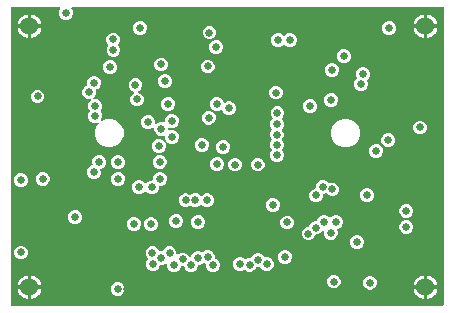
<source format=gbr>
G04 EAGLE Gerber RS-274X export*
G75*
%MOMM*%
%FSLAX34Y34*%
%LPD*%
%INEAGLE Copper Layer 15*%
%IPPOS*%
%AMOC8*
5,1,8,0,0,1.08239X$1,22.5*%
G01*
%ADD10C,1.524000*%
%ADD11C,0.662941*%
%ADD12C,0.656400*%

G36*
X182646Y-146300D02*
X182646Y-146300D01*
X182665Y-146302D01*
X182767Y-146280D01*
X182869Y-146264D01*
X182886Y-146254D01*
X182906Y-146250D01*
X182995Y-146197D01*
X183086Y-146148D01*
X183100Y-146134D01*
X183117Y-146124D01*
X183184Y-146045D01*
X183256Y-145970D01*
X183264Y-145952D01*
X183277Y-145937D01*
X183316Y-145841D01*
X183359Y-145747D01*
X183361Y-145727D01*
X183369Y-145709D01*
X183387Y-145542D01*
X183387Y105410D01*
X183384Y105430D01*
X183386Y105449D01*
X183364Y105551D01*
X183348Y105653D01*
X183338Y105670D01*
X183334Y105690D01*
X183281Y105779D01*
X183232Y105870D01*
X183218Y105884D01*
X183208Y105901D01*
X183129Y105968D01*
X183054Y106040D01*
X183036Y106048D01*
X183021Y106061D01*
X182925Y106100D01*
X182831Y106143D01*
X182811Y106145D01*
X182793Y106153D01*
X182626Y106171D01*
X-131359Y106171D01*
X-131429Y106160D01*
X-131501Y106158D01*
X-131550Y106140D01*
X-131601Y106132D01*
X-131665Y106098D01*
X-131732Y106073D01*
X-131773Y106041D01*
X-131819Y106016D01*
X-131868Y105964D01*
X-131924Y105920D01*
X-131952Y105876D01*
X-131988Y105838D01*
X-132018Y105773D01*
X-132057Y105713D01*
X-132070Y105662D01*
X-132092Y105615D01*
X-132100Y105544D01*
X-132117Y105474D01*
X-132113Y105422D01*
X-132119Y105371D01*
X-132104Y105300D01*
X-132098Y105229D01*
X-132078Y105181D01*
X-132067Y105130D01*
X-132030Y105069D01*
X-132002Y105003D01*
X-131958Y104948D01*
X-131056Y102770D01*
X-131056Y100441D01*
X-131947Y98288D01*
X-133594Y96641D01*
X-135747Y95750D01*
X-138076Y95750D01*
X-140228Y96641D01*
X-141875Y98288D01*
X-142767Y100441D01*
X-142767Y102770D01*
X-141863Y104952D01*
X-141835Y104982D01*
X-141813Y105029D01*
X-141782Y105071D01*
X-141761Y105140D01*
X-141731Y105205D01*
X-141725Y105257D01*
X-141710Y105306D01*
X-141712Y105378D01*
X-141704Y105449D01*
X-141715Y105500D01*
X-141716Y105552D01*
X-141741Y105620D01*
X-141756Y105690D01*
X-141783Y105734D01*
X-141801Y105783D01*
X-141845Y105839D01*
X-141882Y105901D01*
X-141922Y105935D01*
X-141954Y105975D01*
X-142015Y106014D01*
X-142069Y106061D01*
X-142117Y106080D01*
X-142161Y106108D01*
X-142231Y106126D01*
X-142297Y106153D01*
X-142368Y106161D01*
X-142400Y106169D01*
X-142423Y106167D01*
X-142464Y106171D01*
X-182626Y106171D01*
X-182646Y106168D01*
X-182665Y106170D01*
X-182767Y106148D01*
X-182869Y106132D01*
X-182886Y106122D01*
X-182906Y106118D01*
X-182995Y106065D01*
X-183086Y106016D01*
X-183100Y106002D01*
X-183117Y105992D01*
X-183184Y105913D01*
X-183256Y105838D01*
X-183264Y105820D01*
X-183277Y105805D01*
X-183316Y105709D01*
X-183359Y105615D01*
X-183361Y105595D01*
X-183369Y105577D01*
X-183387Y105410D01*
X-183387Y-145542D01*
X-183384Y-145562D01*
X-183386Y-145581D01*
X-183364Y-145683D01*
X-183348Y-145785D01*
X-183338Y-145802D01*
X-183334Y-145822D01*
X-183281Y-145911D01*
X-183232Y-146002D01*
X-183218Y-146016D01*
X-183208Y-146033D01*
X-183129Y-146100D01*
X-183054Y-146172D01*
X-183036Y-146180D01*
X-183021Y-146193D01*
X-182925Y-146232D01*
X-182831Y-146275D01*
X-182811Y-146277D01*
X-182793Y-146285D01*
X-182626Y-146303D01*
X182626Y-146303D01*
X182646Y-146300D01*
G37*
%LPC*%
G36*
X-31772Y-117933D02*
X-31772Y-117933D01*
X-33924Y-117041D01*
X-35571Y-115394D01*
X-36303Y-113627D01*
X-36365Y-113528D01*
X-36425Y-113427D01*
X-36429Y-113423D01*
X-36433Y-113418D01*
X-36522Y-113344D01*
X-36612Y-113267D01*
X-36617Y-113265D01*
X-36622Y-113261D01*
X-36730Y-113220D01*
X-36840Y-113175D01*
X-36847Y-113175D01*
X-36852Y-113173D01*
X-36870Y-113172D01*
X-37006Y-113157D01*
X-38579Y-113157D01*
X-38694Y-113176D01*
X-38810Y-113193D01*
X-38816Y-113196D01*
X-38822Y-113197D01*
X-38925Y-113251D01*
X-39029Y-113304D01*
X-39034Y-113309D01*
X-39039Y-113312D01*
X-39119Y-113396D01*
X-39202Y-113480D01*
X-39205Y-113487D01*
X-39209Y-113490D01*
X-39216Y-113507D01*
X-39282Y-113627D01*
X-39988Y-115331D01*
X-41635Y-116978D01*
X-43788Y-117869D01*
X-46117Y-117869D01*
X-48269Y-116978D01*
X-49916Y-115331D01*
X-50808Y-113179D01*
X-50808Y-110829D01*
X-50819Y-110759D01*
X-50821Y-110687D01*
X-50839Y-110638D01*
X-50847Y-110587D01*
X-50881Y-110523D01*
X-50906Y-110456D01*
X-50938Y-110415D01*
X-50963Y-110369D01*
X-51014Y-110320D01*
X-51059Y-110264D01*
X-51103Y-110236D01*
X-51141Y-110200D01*
X-51206Y-110170D01*
X-51266Y-110131D01*
X-51317Y-110118D01*
X-51364Y-110096D01*
X-51435Y-110088D01*
X-51505Y-110071D01*
X-51557Y-110075D01*
X-51608Y-110069D01*
X-51679Y-110084D01*
X-51750Y-110090D01*
X-51798Y-110110D01*
X-51849Y-110121D01*
X-51910Y-110158D01*
X-51976Y-110186D01*
X-52032Y-110231D01*
X-52060Y-110247D01*
X-52075Y-110265D01*
X-52107Y-110291D01*
X-52798Y-110982D01*
X-54950Y-111873D01*
X-56360Y-111873D01*
X-56475Y-111892D01*
X-56591Y-111909D01*
X-56597Y-111912D01*
X-56603Y-111913D01*
X-56706Y-111967D01*
X-56810Y-112021D01*
X-56815Y-112025D01*
X-56820Y-112028D01*
X-56900Y-112112D01*
X-56983Y-112196D01*
X-56986Y-112203D01*
X-56990Y-112206D01*
X-56998Y-112223D01*
X-57064Y-112343D01*
X-57828Y-114188D01*
X-59475Y-115835D01*
X-61627Y-116727D01*
X-63957Y-116727D01*
X-66109Y-115835D01*
X-67756Y-114188D01*
X-68647Y-112036D01*
X-68647Y-109707D01*
X-67756Y-107554D01*
X-67570Y-107368D01*
X-67558Y-107352D01*
X-67543Y-107340D01*
X-67487Y-107253D01*
X-67426Y-107169D01*
X-67420Y-107150D01*
X-67410Y-107133D01*
X-67384Y-107033D01*
X-67354Y-106934D01*
X-67354Y-106914D01*
X-67349Y-106894D01*
X-67358Y-106791D01*
X-67360Y-106688D01*
X-67367Y-106669D01*
X-67369Y-106649D01*
X-67409Y-106554D01*
X-67445Y-106457D01*
X-67457Y-106441D01*
X-67465Y-106423D01*
X-67570Y-106292D01*
X-68464Y-105398D01*
X-69355Y-103245D01*
X-69355Y-100916D01*
X-68464Y-98764D01*
X-66817Y-97117D01*
X-64665Y-96225D01*
X-62335Y-96225D01*
X-60183Y-97117D01*
X-58536Y-98764D01*
X-58149Y-99698D01*
X-58138Y-99716D01*
X-58132Y-99736D01*
X-58073Y-99820D01*
X-58019Y-99907D01*
X-58003Y-99921D01*
X-57991Y-99938D01*
X-57909Y-99999D01*
X-57830Y-100064D01*
X-57810Y-100072D01*
X-57794Y-100084D01*
X-57696Y-100116D01*
X-57600Y-100152D01*
X-57579Y-100153D01*
X-57560Y-100160D01*
X-57463Y-100159D01*
X-57431Y-100162D01*
X-57370Y-100162D01*
X-57354Y-100163D01*
X-57352Y-100162D01*
X-55186Y-100162D01*
X-55071Y-100143D01*
X-54955Y-100126D01*
X-54950Y-100123D01*
X-54943Y-100122D01*
X-54841Y-100068D01*
X-54736Y-100015D01*
X-54731Y-100010D01*
X-54726Y-100007D01*
X-54646Y-99923D01*
X-54564Y-99839D01*
X-54560Y-99833D01*
X-54557Y-99829D01*
X-54549Y-99812D01*
X-54483Y-99692D01*
X-53993Y-98510D01*
X-52346Y-96863D01*
X-50194Y-95971D01*
X-47864Y-95971D01*
X-45712Y-96863D01*
X-44065Y-98510D01*
X-43174Y-100662D01*
X-43174Y-102524D01*
X-43162Y-102595D01*
X-43160Y-102666D01*
X-43142Y-102715D01*
X-43134Y-102767D01*
X-43100Y-102830D01*
X-43076Y-102897D01*
X-43043Y-102938D01*
X-43019Y-102984D01*
X-42967Y-103033D01*
X-42922Y-103089D01*
X-42878Y-103118D01*
X-42840Y-103153D01*
X-42775Y-103184D01*
X-42715Y-103222D01*
X-42665Y-103235D01*
X-42617Y-103257D01*
X-42546Y-103265D01*
X-42477Y-103282D01*
X-42425Y-103278D01*
X-42373Y-103284D01*
X-42303Y-103269D01*
X-42231Y-103263D01*
X-42183Y-103243D01*
X-42132Y-103232D01*
X-42071Y-103195D01*
X-42005Y-103167D01*
X-41949Y-103122D01*
X-41921Y-103106D01*
X-41906Y-103088D01*
X-41874Y-103062D01*
X-41149Y-102338D01*
X-38997Y-101446D01*
X-36668Y-101446D01*
X-34516Y-102338D01*
X-32869Y-103985D01*
X-32300Y-105357D01*
X-32249Y-105440D01*
X-32203Y-105526D01*
X-32184Y-105544D01*
X-32170Y-105566D01*
X-32095Y-105629D01*
X-32025Y-105695D01*
X-32001Y-105706D01*
X-31981Y-105723D01*
X-31890Y-105758D01*
X-31802Y-105799D01*
X-31776Y-105802D01*
X-31751Y-105811D01*
X-31654Y-105815D01*
X-31557Y-105826D01*
X-31532Y-105821D01*
X-31506Y-105822D01*
X-31412Y-105795D01*
X-31317Y-105774D01*
X-31294Y-105761D01*
X-31269Y-105753D01*
X-31189Y-105698D01*
X-31106Y-105648D01*
X-31089Y-105628D01*
X-31067Y-105613D01*
X-31009Y-105535D01*
X-30946Y-105461D01*
X-30936Y-105437D01*
X-30921Y-105416D01*
X-30890Y-105323D01*
X-30854Y-105233D01*
X-30850Y-105200D01*
X-30844Y-105182D01*
X-30845Y-105149D01*
X-30835Y-105066D01*
X-30835Y-104766D01*
X-29944Y-102614D01*
X-28297Y-100967D01*
X-26145Y-100075D01*
X-23815Y-100075D01*
X-21634Y-100979D01*
X-21520Y-101006D01*
X-21407Y-101034D01*
X-21401Y-101034D01*
X-21394Y-101035D01*
X-21278Y-101024D01*
X-21162Y-101015D01*
X-21156Y-101013D01*
X-21150Y-101012D01*
X-21042Y-100964D01*
X-20935Y-100919D01*
X-20929Y-100914D01*
X-20925Y-100912D01*
X-20911Y-100899D01*
X-20804Y-100814D01*
X-20081Y-100090D01*
X-17929Y-99199D01*
X-15599Y-99199D01*
X-13447Y-100090D01*
X-11800Y-101738D01*
X-10909Y-103890D01*
X-10909Y-105842D01*
X-10890Y-105957D01*
X-10873Y-106073D01*
X-10870Y-106079D01*
X-10869Y-106085D01*
X-10814Y-106188D01*
X-10761Y-106293D01*
X-10757Y-106297D01*
X-10754Y-106303D01*
X-10670Y-106382D01*
X-10586Y-106465D01*
X-10579Y-106469D01*
X-10575Y-106472D01*
X-10559Y-106480D01*
X-10439Y-106546D01*
X-9129Y-107088D01*
X-7482Y-108735D01*
X-6591Y-110887D01*
X-6591Y-113217D01*
X-7482Y-115369D01*
X-9129Y-117016D01*
X-11281Y-117908D01*
X-13611Y-117908D01*
X-15763Y-117016D01*
X-17410Y-115369D01*
X-18301Y-113217D01*
X-18301Y-111264D01*
X-18303Y-111253D01*
X-18302Y-111246D01*
X-18310Y-111211D01*
X-18320Y-111149D01*
X-18337Y-111033D01*
X-18340Y-111028D01*
X-18341Y-111021D01*
X-18396Y-110919D01*
X-18449Y-110814D01*
X-18453Y-110810D01*
X-18456Y-110804D01*
X-18540Y-110724D01*
X-18624Y-110642D01*
X-18631Y-110638D01*
X-18635Y-110635D01*
X-18651Y-110627D01*
X-18771Y-110561D01*
X-20110Y-110006D01*
X-20224Y-109980D01*
X-20337Y-109951D01*
X-20344Y-109952D01*
X-20350Y-109950D01*
X-20466Y-109961D01*
X-20583Y-109970D01*
X-20588Y-109973D01*
X-20595Y-109973D01*
X-20702Y-110021D01*
X-20809Y-110066D01*
X-20815Y-110071D01*
X-20819Y-110073D01*
X-20833Y-110086D01*
X-20940Y-110171D01*
X-21663Y-110895D01*
X-23815Y-111786D01*
X-23990Y-111786D01*
X-24010Y-111789D01*
X-24030Y-111787D01*
X-24131Y-111809D01*
X-24233Y-111826D01*
X-24251Y-111835D01*
X-24270Y-111839D01*
X-24359Y-111893D01*
X-24450Y-111941D01*
X-24464Y-111955D01*
X-24481Y-111966D01*
X-24549Y-112044D01*
X-24620Y-112119D01*
X-24628Y-112137D01*
X-24641Y-112153D01*
X-24680Y-112249D01*
X-24723Y-112342D01*
X-24726Y-112362D01*
X-24733Y-112381D01*
X-24752Y-112547D01*
X-24752Y-113242D01*
X-25643Y-115394D01*
X-27290Y-117041D01*
X-29442Y-117933D01*
X-31772Y-117933D01*
G37*
%LPD*%
%LPC*%
G36*
X-102403Y-12401D02*
X-102403Y-12401D01*
X-106843Y-10562D01*
X-110242Y-7163D01*
X-112081Y-2723D01*
X-112081Y2083D01*
X-110242Y6523D01*
X-109216Y7549D01*
X-109159Y7628D01*
X-109097Y7703D01*
X-109088Y7727D01*
X-109073Y7748D01*
X-109044Y7841D01*
X-109009Y7932D01*
X-109008Y7958D01*
X-109000Y7983D01*
X-109003Y8081D01*
X-108999Y8178D01*
X-109006Y8203D01*
X-109007Y8229D01*
X-109040Y8321D01*
X-109067Y8414D01*
X-109082Y8436D01*
X-109091Y8460D01*
X-109152Y8536D01*
X-109208Y8616D01*
X-109229Y8632D01*
X-109245Y8652D01*
X-109327Y8705D01*
X-109405Y8763D01*
X-109430Y8771D01*
X-109452Y8785D01*
X-109546Y8809D01*
X-109639Y8839D01*
X-109665Y8839D01*
X-109690Y8845D01*
X-109787Y8838D01*
X-109885Y8837D01*
X-109916Y8828D01*
X-109936Y8826D01*
X-109966Y8813D01*
X-110046Y8790D01*
X-110849Y8457D01*
X-113179Y8457D01*
X-115331Y9349D01*
X-116978Y10996D01*
X-117869Y13148D01*
X-117869Y15477D01*
X-116978Y17630D01*
X-116719Y17888D01*
X-116708Y17904D01*
X-116692Y17917D01*
X-116636Y18004D01*
X-116576Y18088D01*
X-116570Y18107D01*
X-116559Y18124D01*
X-116534Y18224D01*
X-116503Y18323D01*
X-116504Y18343D01*
X-116499Y18362D01*
X-116507Y18465D01*
X-116510Y18569D01*
X-116517Y18588D01*
X-116518Y18608D01*
X-116559Y18703D01*
X-116594Y18800D01*
X-116607Y18816D01*
X-116614Y18834D01*
X-116719Y18965D01*
X-116958Y19204D01*
X-117849Y21356D01*
X-117849Y23685D01*
X-116958Y25837D01*
X-115614Y27181D01*
X-115572Y27239D01*
X-115523Y27291D01*
X-115501Y27339D01*
X-115471Y27381D01*
X-115449Y27449D01*
X-115419Y27514D01*
X-115414Y27566D01*
X-115398Y27616D01*
X-115400Y27688D01*
X-115392Y27759D01*
X-115403Y27810D01*
X-115405Y27862D01*
X-115429Y27929D01*
X-115444Y27999D01*
X-115471Y28044D01*
X-115489Y28093D01*
X-115534Y28149D01*
X-115571Y28210D01*
X-115610Y28244D01*
X-115643Y28285D01*
X-115703Y28324D01*
X-115758Y28370D01*
X-115806Y28390D01*
X-115850Y28418D01*
X-115919Y28435D01*
X-115986Y28462D01*
X-116057Y28470D01*
X-116088Y28478D01*
X-116111Y28476D01*
X-116152Y28481D01*
X-118064Y28481D01*
X-120216Y29372D01*
X-121863Y31019D01*
X-122755Y33171D01*
X-122755Y35501D01*
X-121863Y37653D01*
X-120216Y39300D01*
X-119093Y39765D01*
X-119076Y39776D01*
X-119057Y39781D01*
X-118972Y39841D01*
X-118884Y39895D01*
X-118871Y39910D01*
X-118855Y39922D01*
X-118793Y40005D01*
X-118727Y40084D01*
X-118720Y40103D01*
X-118708Y40119D01*
X-118676Y40218D01*
X-118639Y40314D01*
X-118638Y40334D01*
X-118632Y40353D01*
X-118633Y40457D01*
X-118629Y40560D01*
X-118634Y40579D01*
X-118634Y40599D01*
X-118681Y40760D01*
X-118885Y41253D01*
X-118885Y43583D01*
X-117994Y45735D01*
X-116347Y47382D01*
X-114195Y48273D01*
X-111865Y48273D01*
X-109713Y47382D01*
X-108066Y45735D01*
X-107175Y43583D01*
X-107175Y41253D01*
X-108066Y39101D01*
X-109713Y37454D01*
X-110836Y36989D01*
X-110853Y36978D01*
X-110872Y36973D01*
X-110957Y36914D01*
X-111045Y36859D01*
X-111058Y36844D01*
X-111074Y36832D01*
X-111136Y36749D01*
X-111202Y36670D01*
X-111209Y36651D01*
X-111221Y36635D01*
X-111253Y36536D01*
X-111290Y36440D01*
X-111291Y36420D01*
X-111297Y36401D01*
X-111296Y36298D01*
X-111301Y36194D01*
X-111295Y36175D01*
X-111295Y36155D01*
X-111248Y35994D01*
X-111044Y35501D01*
X-111044Y33171D01*
X-111935Y31019D01*
X-113279Y29675D01*
X-113321Y29617D01*
X-113371Y29565D01*
X-113392Y29518D01*
X-113423Y29476D01*
X-113444Y29407D01*
X-113474Y29342D01*
X-113480Y29290D01*
X-113495Y29241D01*
X-113493Y29169D01*
X-113501Y29098D01*
X-113490Y29047D01*
X-113489Y28995D01*
X-113464Y28927D01*
X-113449Y28857D01*
X-113422Y28813D01*
X-113404Y28764D01*
X-113360Y28708D01*
X-113323Y28646D01*
X-113283Y28612D01*
X-113251Y28572D01*
X-113190Y28533D01*
X-113136Y28486D01*
X-113088Y28467D01*
X-113044Y28439D01*
X-112974Y28421D01*
X-112908Y28394D01*
X-112836Y28386D01*
X-112805Y28379D01*
X-112782Y28380D01*
X-112741Y28376D01*
X-110829Y28376D01*
X-108677Y27484D01*
X-107030Y25837D01*
X-106139Y23685D01*
X-106139Y21356D01*
X-107030Y19204D01*
X-107289Y18945D01*
X-107300Y18929D01*
X-107316Y18916D01*
X-107372Y18829D01*
X-107432Y18745D01*
X-107438Y18726D01*
X-107449Y18709D01*
X-107474Y18609D01*
X-107505Y18510D01*
X-107504Y18490D01*
X-107509Y18471D01*
X-107501Y18368D01*
X-107498Y18264D01*
X-107491Y18245D01*
X-107490Y18226D01*
X-107449Y18131D01*
X-107414Y18033D01*
X-107401Y18018D01*
X-107394Y17999D01*
X-107289Y17868D01*
X-107050Y17630D01*
X-106159Y15477D01*
X-106159Y13148D01*
X-106927Y11294D01*
X-106943Y11224D01*
X-106969Y11157D01*
X-106971Y11105D01*
X-106983Y11054D01*
X-106976Y10983D01*
X-106979Y10911D01*
X-106965Y10861D01*
X-106960Y10809D01*
X-106931Y10744D01*
X-106911Y10675D01*
X-106881Y10632D01*
X-106860Y10584D01*
X-106811Y10532D01*
X-106770Y10473D01*
X-106729Y10442D01*
X-106693Y10403D01*
X-106631Y10369D01*
X-106573Y10326D01*
X-106524Y10310D01*
X-106478Y10285D01*
X-106407Y10272D01*
X-106339Y10250D01*
X-106287Y10250D01*
X-106236Y10241D01*
X-106165Y10252D01*
X-106093Y10252D01*
X-106024Y10272D01*
X-105992Y10277D01*
X-105972Y10287D01*
X-105932Y10299D01*
X-102403Y11761D01*
X-97597Y11761D01*
X-93157Y9922D01*
X-89758Y6523D01*
X-87919Y2083D01*
X-87919Y-2723D01*
X-89758Y-7163D01*
X-93157Y-10562D01*
X-97597Y-12401D01*
X-102403Y-12401D01*
G37*
%LPD*%
%LPC*%
G36*
X67415Y-91199D02*
X67415Y-91199D01*
X65263Y-90308D01*
X63616Y-88661D01*
X62725Y-86509D01*
X62725Y-84179D01*
X63616Y-82027D01*
X65263Y-80380D01*
X67415Y-79489D01*
X68659Y-79489D01*
X68773Y-79470D01*
X68890Y-79453D01*
X68895Y-79450D01*
X68901Y-79449D01*
X69004Y-79394D01*
X69109Y-79341D01*
X69113Y-79337D01*
X69119Y-79334D01*
X69199Y-79250D01*
X69281Y-79166D01*
X69285Y-79159D01*
X69288Y-79155D01*
X69296Y-79139D01*
X69362Y-79019D01*
X70220Y-76947D01*
X71867Y-75300D01*
X74019Y-74409D01*
X75136Y-74409D01*
X75250Y-74390D01*
X75367Y-74373D01*
X75372Y-74370D01*
X75378Y-74369D01*
X75481Y-74314D01*
X75586Y-74261D01*
X75590Y-74257D01*
X75596Y-74254D01*
X75676Y-74170D01*
X75758Y-74086D01*
X75762Y-74079D01*
X75765Y-74075D01*
X75773Y-74059D01*
X75839Y-73939D01*
X76697Y-71867D01*
X78344Y-70220D01*
X80496Y-69329D01*
X82826Y-69329D01*
X84978Y-70220D01*
X86393Y-71635D01*
X86409Y-71647D01*
X86422Y-71663D01*
X86509Y-71719D01*
X86593Y-71779D01*
X86612Y-71785D01*
X86629Y-71796D01*
X86729Y-71821D01*
X86828Y-71851D01*
X86848Y-71851D01*
X86867Y-71856D01*
X86970Y-71848D01*
X87074Y-71845D01*
X87093Y-71838D01*
X87112Y-71837D01*
X87207Y-71796D01*
X87305Y-71760D01*
X87321Y-71748D01*
X87339Y-71740D01*
X87470Y-71635D01*
X88504Y-70601D01*
X90656Y-69710D01*
X92986Y-69710D01*
X95138Y-70601D01*
X96785Y-72248D01*
X97676Y-74400D01*
X97676Y-76730D01*
X96785Y-78882D01*
X95138Y-80529D01*
X93103Y-81372D01*
X93086Y-81382D01*
X93067Y-81388D01*
X92982Y-81447D01*
X92894Y-81501D01*
X92881Y-81517D01*
X92865Y-81528D01*
X92803Y-81611D01*
X92737Y-81691D01*
X92730Y-81710D01*
X92718Y-81726D01*
X92686Y-81824D01*
X92649Y-81921D01*
X92648Y-81940D01*
X92642Y-81959D01*
X92643Y-82063D01*
X92638Y-82166D01*
X92644Y-82185D01*
X92644Y-82205D01*
X92691Y-82367D01*
X93231Y-83671D01*
X93231Y-86001D01*
X92340Y-88153D01*
X90693Y-89800D01*
X88541Y-90691D01*
X86211Y-90691D01*
X84059Y-89800D01*
X82412Y-88153D01*
X81521Y-86001D01*
X81521Y-84046D01*
X81509Y-83975D01*
X81507Y-83904D01*
X81489Y-83855D01*
X81481Y-83803D01*
X81447Y-83740D01*
X81423Y-83673D01*
X81390Y-83632D01*
X81366Y-83586D01*
X81314Y-83537D01*
X81269Y-83481D01*
X81225Y-83452D01*
X81187Y-83417D01*
X81122Y-83386D01*
X81062Y-83348D01*
X81011Y-83335D01*
X80964Y-83313D01*
X80893Y-83305D01*
X80824Y-83288D01*
X80772Y-83292D01*
X80720Y-83286D01*
X80650Y-83301D01*
X80578Y-83307D01*
X80530Y-83327D01*
X80479Y-83338D01*
X80418Y-83375D01*
X80352Y-83403D01*
X80296Y-83448D01*
X80268Y-83464D01*
X80253Y-83482D01*
X80221Y-83508D01*
X78501Y-85228D01*
X76349Y-86119D01*
X75105Y-86119D01*
X74991Y-86138D01*
X74874Y-86155D01*
X74869Y-86158D01*
X74863Y-86159D01*
X74760Y-86214D01*
X74655Y-86267D01*
X74651Y-86271D01*
X74645Y-86274D01*
X74565Y-86358D01*
X74483Y-86442D01*
X74479Y-86449D01*
X74476Y-86453D01*
X74468Y-86469D01*
X74402Y-86589D01*
X73544Y-88661D01*
X71897Y-90308D01*
X69745Y-91199D01*
X67415Y-91199D01*
G37*
%LPD*%
%LPC*%
G36*
X40686Y-24760D02*
X40686Y-24760D01*
X38534Y-23869D01*
X36887Y-22222D01*
X35995Y-20069D01*
X35995Y-17740D01*
X36886Y-15588D01*
X37341Y-15134D01*
X37352Y-15118D01*
X37368Y-15105D01*
X37397Y-15059D01*
X37420Y-15035D01*
X37436Y-15001D01*
X37484Y-14934D01*
X37490Y-14915D01*
X37501Y-14898D01*
X37521Y-14818D01*
X37524Y-14812D01*
X37525Y-14802D01*
X37526Y-14798D01*
X37557Y-14699D01*
X37556Y-14679D01*
X37561Y-14660D01*
X37553Y-14557D01*
X37550Y-14453D01*
X37543Y-14434D01*
X37542Y-14414D01*
X37501Y-14319D01*
X37466Y-14222D01*
X37453Y-14206D01*
X37445Y-14188D01*
X37341Y-14057D01*
X36887Y-13603D01*
X35995Y-11451D01*
X35995Y-9121D01*
X36887Y-6969D01*
X37304Y-6552D01*
X37316Y-6536D01*
X37331Y-6523D01*
X37387Y-6436D01*
X37448Y-6352D01*
X37454Y-6333D01*
X37464Y-6316D01*
X37490Y-6216D01*
X37520Y-6117D01*
X37520Y-6097D01*
X37524Y-6078D01*
X37516Y-5975D01*
X37514Y-5871D01*
X37507Y-5852D01*
X37505Y-5832D01*
X37465Y-5738D01*
X37429Y-5640D01*
X37417Y-5624D01*
X37409Y-5606D01*
X37304Y-5475D01*
X36687Y-4858D01*
X35796Y-2706D01*
X35796Y-377D01*
X36687Y1775D01*
X37257Y2345D01*
X37269Y2362D01*
X37285Y2374D01*
X37341Y2461D01*
X37401Y2545D01*
X37407Y2564D01*
X37418Y2581D01*
X37443Y2681D01*
X37473Y2780D01*
X37473Y2800D01*
X37478Y2820D01*
X37470Y2923D01*
X37467Y3026D01*
X37460Y3045D01*
X37459Y3065D01*
X37418Y3160D01*
X37383Y3257D01*
X37370Y3273D01*
X37362Y3291D01*
X37289Y3383D01*
X37283Y3393D01*
X37277Y3398D01*
X37257Y3422D01*
X36938Y3742D01*
X36046Y5894D01*
X36046Y8223D01*
X36938Y10375D01*
X38146Y11583D01*
X38157Y11599D01*
X38173Y11612D01*
X38229Y11699D01*
X38289Y11783D01*
X38295Y11802D01*
X38306Y11819D01*
X38331Y11919D01*
X38362Y12018D01*
X38361Y12038D01*
X38366Y12057D01*
X38358Y12160D01*
X38355Y12264D01*
X38348Y12283D01*
X38347Y12302D01*
X38307Y12397D01*
X38271Y12495D01*
X38258Y12511D01*
X38251Y12529D01*
X38146Y12660D01*
X37358Y13448D01*
X36466Y15600D01*
X36466Y17929D01*
X37358Y20081D01*
X39005Y21729D01*
X41157Y22620D01*
X43486Y22620D01*
X45639Y21729D01*
X47286Y20081D01*
X48177Y17929D01*
X48177Y15600D01*
X47286Y13448D01*
X46078Y12240D01*
X46066Y12224D01*
X46051Y12211D01*
X45995Y12124D01*
X45934Y12040D01*
X45928Y12021D01*
X45918Y12004D01*
X45892Y11904D01*
X45862Y11805D01*
X45862Y11785D01*
X45858Y11766D01*
X45866Y11663D01*
X45868Y11559D01*
X45875Y11540D01*
X45877Y11521D01*
X45917Y11426D01*
X45953Y11328D01*
X45965Y11313D01*
X45973Y11294D01*
X46078Y11163D01*
X46866Y10375D01*
X47757Y8223D01*
X47757Y5894D01*
X46866Y3742D01*
X46296Y3171D01*
X46284Y3155D01*
X46269Y3143D01*
X46212Y3056D01*
X46152Y2972D01*
X46146Y2953D01*
X46136Y2936D01*
X46110Y2836D01*
X46080Y2737D01*
X46080Y2717D01*
X46075Y2697D01*
X46084Y2594D01*
X46086Y2491D01*
X46093Y2472D01*
X46095Y2452D01*
X46135Y2357D01*
X46171Y2260D01*
X46183Y2244D01*
X46191Y2226D01*
X46296Y2095D01*
X46615Y1775D01*
X47507Y-377D01*
X47507Y-2706D01*
X46615Y-4858D01*
X46198Y-5276D01*
X46186Y-5292D01*
X46171Y-5305D01*
X46114Y-5392D01*
X46054Y-5476D01*
X46048Y-5495D01*
X46038Y-5511D01*
X46012Y-5612D01*
X45982Y-5711D01*
X45982Y-5731D01*
X45977Y-5750D01*
X45985Y-5853D01*
X45988Y-5957D01*
X45995Y-5975D01*
X45997Y-5995D01*
X46037Y-6090D01*
X46073Y-6188D01*
X46085Y-6203D01*
X46093Y-6222D01*
X46198Y-6352D01*
X46815Y-6969D01*
X47706Y-9121D01*
X47706Y-11451D01*
X46815Y-13603D01*
X46360Y-14057D01*
X46349Y-14073D01*
X46333Y-14086D01*
X46277Y-14173D01*
X46217Y-14257D01*
X46211Y-14276D01*
X46200Y-14293D01*
X46175Y-14393D01*
X46144Y-14492D01*
X46145Y-14512D01*
X46140Y-14531D01*
X46148Y-14634D01*
X46151Y-14738D01*
X46158Y-14757D01*
X46159Y-14776D01*
X46198Y-14868D01*
X46202Y-14887D01*
X46210Y-14900D01*
X46235Y-14969D01*
X46248Y-14984D01*
X46256Y-15003D01*
X46319Y-15082D01*
X46328Y-15098D01*
X46339Y-15107D01*
X46360Y-15134D01*
X46815Y-15588D01*
X47706Y-17740D01*
X47706Y-20069D01*
X46814Y-22222D01*
X45167Y-23869D01*
X43015Y-24760D01*
X40686Y-24760D01*
G37*
%LPD*%
%LPC*%
G36*
X97597Y-12401D02*
X97597Y-12401D01*
X93157Y-10562D01*
X89758Y-7163D01*
X87919Y-2723D01*
X87919Y2083D01*
X89758Y6523D01*
X93157Y9922D01*
X97597Y11761D01*
X102403Y11761D01*
X106843Y9922D01*
X110242Y6523D01*
X112081Y2083D01*
X112081Y-2723D01*
X110242Y-7163D01*
X106843Y-10562D01*
X102403Y-12401D01*
X97597Y-12401D01*
G37*
%LPD*%
%LPC*%
G36*
X-48299Y-9194D02*
X-48299Y-9194D01*
X-50451Y-8302D01*
X-51966Y-6787D01*
X-52045Y-6730D01*
X-52084Y-6698D01*
X-52092Y-6669D01*
X-52990Y-4503D01*
X-52990Y-3077D01*
X-52997Y-3032D01*
X-52995Y-2986D01*
X-53017Y-2911D01*
X-53029Y-2834D01*
X-53051Y-2794D01*
X-53064Y-2750D01*
X-53108Y-2686D01*
X-53144Y-2617D01*
X-53178Y-2585D01*
X-53204Y-2548D01*
X-53266Y-2501D01*
X-53323Y-2448D01*
X-53364Y-2428D01*
X-53401Y-2401D01*
X-53475Y-2377D01*
X-53546Y-2344D01*
X-53591Y-2339D01*
X-53635Y-2325D01*
X-53713Y-2325D01*
X-53790Y-2317D01*
X-53835Y-2327D01*
X-53881Y-2327D01*
X-54012Y-2365D01*
X-54031Y-2369D01*
X-54035Y-2372D01*
X-54042Y-2374D01*
X-54734Y-2660D01*
X-57063Y-2660D01*
X-59215Y-1769D01*
X-60862Y-122D01*
X-61754Y2031D01*
X-61754Y4328D01*
X-61765Y4398D01*
X-61767Y4470D01*
X-61785Y4519D01*
X-61793Y4570D01*
X-61827Y4634D01*
X-61852Y4701D01*
X-61884Y4742D01*
X-61908Y4788D01*
X-61960Y4837D01*
X-62005Y4893D01*
X-62049Y4921D01*
X-62087Y4957D01*
X-62152Y4987D01*
X-62212Y5026D01*
X-62263Y5039D01*
X-62310Y5061D01*
X-62381Y5069D01*
X-62451Y5086D01*
X-62503Y5082D01*
X-62554Y5088D01*
X-62624Y5073D01*
X-62696Y5067D01*
X-62744Y5047D01*
X-62795Y5036D01*
X-62856Y4999D01*
X-62922Y4971D01*
X-62978Y4926D01*
X-63006Y4910D01*
X-63021Y4892D01*
X-63053Y4866D01*
X-63739Y4180D01*
X-65891Y3289D01*
X-68221Y3289D01*
X-70373Y4180D01*
X-72020Y5827D01*
X-72911Y7979D01*
X-72911Y10309D01*
X-72020Y12461D01*
X-70373Y14108D01*
X-68221Y14999D01*
X-65891Y14999D01*
X-63739Y14108D01*
X-62092Y12461D01*
X-61201Y10309D01*
X-61201Y8011D01*
X-61189Y7941D01*
X-61187Y7869D01*
X-61169Y7820D01*
X-61161Y7769D01*
X-61127Y7705D01*
X-61103Y7638D01*
X-61070Y7597D01*
X-61046Y7551D01*
X-60994Y7502D01*
X-60949Y7446D01*
X-60905Y7418D01*
X-60867Y7382D01*
X-60802Y7352D01*
X-60742Y7313D01*
X-60692Y7300D01*
X-60644Y7278D01*
X-60573Y7270D01*
X-60504Y7253D01*
X-60452Y7257D01*
X-60400Y7251D01*
X-60330Y7267D01*
X-60258Y7272D01*
X-60210Y7292D01*
X-60159Y7304D01*
X-60098Y7340D01*
X-60032Y7368D01*
X-59976Y7413D01*
X-59948Y7430D01*
X-59933Y7447D01*
X-59901Y7473D01*
X-59215Y8159D01*
X-57063Y9051D01*
X-54734Y9051D01*
X-54006Y8749D01*
X-53961Y8739D01*
X-53919Y8719D01*
X-53842Y8711D01*
X-53766Y8693D01*
X-53721Y8697D01*
X-53675Y8692D01*
X-53599Y8709D01*
X-53521Y8716D01*
X-53480Y8735D01*
X-53435Y8745D01*
X-53368Y8785D01*
X-53297Y8816D01*
X-53263Y8847D01*
X-53224Y8871D01*
X-53173Y8930D01*
X-53116Y8983D01*
X-53093Y9023D01*
X-53064Y9058D01*
X-53035Y9130D01*
X-52997Y9198D01*
X-52989Y9243D01*
X-52972Y9286D01*
X-52957Y9422D01*
X-52953Y9440D01*
X-52954Y9445D01*
X-52953Y9453D01*
X-52953Y11397D01*
X-52062Y13549D01*
X-50415Y15196D01*
X-48262Y16088D01*
X-45933Y16088D01*
X-43781Y15196D01*
X-42134Y13549D01*
X-41242Y11397D01*
X-41242Y9068D01*
X-42134Y6916D01*
X-43781Y5269D01*
X-45933Y4377D01*
X-48262Y4377D01*
X-48990Y4678D01*
X-49035Y4689D01*
X-49076Y4708D01*
X-49154Y4717D01*
X-49230Y4735D01*
X-49275Y4730D01*
X-49321Y4735D01*
X-49397Y4719D01*
X-49474Y4712D01*
X-49516Y4693D01*
X-49561Y4683D01*
X-49628Y4643D01*
X-49699Y4612D01*
X-49733Y4580D01*
X-49772Y4557D01*
X-49823Y4498D01*
X-49880Y4445D01*
X-49902Y4405D01*
X-49932Y4370D01*
X-49961Y4298D01*
X-49999Y4230D01*
X-50007Y4184D01*
X-50024Y4142D01*
X-50039Y4006D01*
X-50043Y3988D01*
X-50042Y3983D01*
X-50043Y3975D01*
X-50043Y2934D01*
X-50035Y2889D01*
X-50037Y2843D01*
X-50016Y2768D01*
X-50003Y2691D01*
X-49982Y2651D01*
X-49969Y2606D01*
X-49924Y2542D01*
X-49888Y2474D01*
X-49855Y2442D01*
X-49828Y2404D01*
X-49766Y2358D01*
X-49710Y2304D01*
X-49668Y2285D01*
X-49631Y2258D01*
X-49557Y2234D01*
X-49486Y2201D01*
X-49441Y2196D01*
X-49397Y2181D01*
X-49319Y2182D01*
X-49242Y2174D01*
X-49197Y2183D01*
X-49151Y2184D01*
X-49020Y2222D01*
X-49002Y2226D01*
X-48997Y2228D01*
X-48990Y2231D01*
X-48299Y2517D01*
X-45969Y2517D01*
X-43817Y1626D01*
X-42170Y-22D01*
X-41279Y-2174D01*
X-41279Y-4503D01*
X-42170Y-6655D01*
X-43817Y-8302D01*
X-45969Y-9194D01*
X-48299Y-9194D01*
G37*
%LPD*%
%LPC*%
G36*
X17746Y-117488D02*
X17746Y-117488D01*
X15593Y-116597D01*
X15137Y-116140D01*
X15121Y-116129D01*
X15108Y-116113D01*
X15021Y-116057D01*
X14937Y-115997D01*
X14918Y-115991D01*
X14901Y-115980D01*
X14801Y-115955D01*
X14702Y-115925D01*
X14682Y-115925D01*
X14663Y-115920D01*
X14560Y-115928D01*
X14456Y-115931D01*
X14437Y-115938D01*
X14418Y-115939D01*
X14323Y-115980D01*
X14225Y-116015D01*
X14210Y-116028D01*
X14191Y-116036D01*
X14060Y-116140D01*
X13858Y-116343D01*
X11706Y-117234D01*
X9376Y-117234D01*
X7224Y-116343D01*
X5577Y-114696D01*
X4686Y-112544D01*
X4686Y-110214D01*
X5577Y-108062D01*
X7224Y-106415D01*
X9376Y-105524D01*
X11706Y-105524D01*
X13858Y-106415D01*
X14314Y-106872D01*
X14331Y-106883D01*
X14343Y-106899D01*
X14430Y-106955D01*
X14514Y-107015D01*
X14533Y-107021D01*
X14550Y-107032D01*
X14650Y-107057D01*
X14749Y-107087D01*
X14769Y-107087D01*
X14788Y-107092D01*
X14891Y-107084D01*
X14995Y-107081D01*
X15014Y-107074D01*
X15034Y-107073D01*
X15129Y-107032D01*
X15226Y-106997D01*
X15242Y-106984D01*
X15260Y-106976D01*
X15391Y-106871D01*
X15593Y-106669D01*
X17746Y-105778D01*
X19751Y-105778D01*
X19866Y-105759D01*
X19982Y-105742D01*
X19987Y-105739D01*
X19994Y-105738D01*
X20096Y-105683D01*
X20201Y-105630D01*
X20206Y-105626D01*
X20211Y-105623D01*
X20291Y-105539D01*
X20373Y-105455D01*
X20377Y-105448D01*
X20380Y-105444D01*
X20388Y-105428D01*
X20454Y-105308D01*
X20944Y-104125D01*
X22591Y-102478D01*
X24743Y-101587D01*
X27073Y-101587D01*
X29225Y-102478D01*
X30872Y-104125D01*
X31204Y-104927D01*
X31266Y-105027D01*
X31325Y-105126D01*
X31330Y-105130D01*
X31334Y-105136D01*
X31424Y-105211D01*
X31512Y-105286D01*
X31518Y-105288D01*
X31523Y-105292D01*
X31631Y-105334D01*
X31741Y-105378D01*
X31748Y-105379D01*
X31753Y-105381D01*
X31771Y-105381D01*
X31907Y-105397D01*
X34312Y-105397D01*
X36464Y-106288D01*
X38111Y-107935D01*
X39002Y-110087D01*
X39002Y-112417D01*
X38111Y-114569D01*
X36464Y-116216D01*
X34312Y-117107D01*
X31982Y-117107D01*
X29830Y-116216D01*
X28183Y-114569D01*
X27851Y-113767D01*
X27789Y-113667D01*
X27730Y-113568D01*
X27725Y-113564D01*
X27721Y-113558D01*
X27631Y-113483D01*
X27543Y-113408D01*
X27537Y-113406D01*
X27532Y-113402D01*
X27424Y-113360D01*
X27314Y-113316D01*
X27307Y-113315D01*
X27302Y-113313D01*
X27284Y-113313D01*
X27148Y-113297D01*
X25067Y-113297D01*
X24953Y-113316D01*
X24836Y-113333D01*
X24831Y-113336D01*
X24825Y-113337D01*
X24722Y-113392D01*
X24617Y-113445D01*
X24613Y-113449D01*
X24607Y-113452D01*
X24527Y-113536D01*
X24445Y-113620D01*
X24441Y-113627D01*
X24438Y-113631D01*
X24430Y-113647D01*
X24364Y-113767D01*
X23874Y-114950D01*
X22227Y-116597D01*
X20075Y-117488D01*
X17746Y-117488D01*
G37*
%LPD*%
%LPC*%
G36*
X-65276Y-52187D02*
X-65276Y-52187D01*
X-67429Y-51296D01*
X-69098Y-49626D01*
X-69114Y-49615D01*
X-69126Y-49599D01*
X-69214Y-49543D01*
X-69298Y-49483D01*
X-69317Y-49477D01*
X-69333Y-49466D01*
X-69434Y-49441D01*
X-69533Y-49410D01*
X-69553Y-49411D01*
X-69572Y-49406D01*
X-69675Y-49414D01*
X-69779Y-49417D01*
X-69797Y-49424D01*
X-69817Y-49425D01*
X-69912Y-49466D01*
X-70010Y-49501D01*
X-70025Y-49514D01*
X-70043Y-49521D01*
X-70174Y-49626D01*
X-71613Y-51065D01*
X-73765Y-51956D01*
X-76095Y-51956D01*
X-78247Y-51065D01*
X-79894Y-49418D01*
X-80785Y-47266D01*
X-80785Y-44936D01*
X-79894Y-42784D01*
X-78247Y-41137D01*
X-76095Y-40246D01*
X-73765Y-40246D01*
X-71613Y-41137D01*
X-69944Y-42806D01*
X-69928Y-42818D01*
X-69915Y-42834D01*
X-69828Y-42890D01*
X-69744Y-42950D01*
X-69725Y-42956D01*
X-69708Y-42967D01*
X-69608Y-42992D01*
X-69509Y-43022D01*
X-69489Y-43022D01*
X-69470Y-43027D01*
X-69367Y-43019D01*
X-69263Y-43016D01*
X-69244Y-43009D01*
X-69224Y-43008D01*
X-69130Y-42967D01*
X-69032Y-42931D01*
X-69016Y-42919D01*
X-68998Y-42911D01*
X-68867Y-42806D01*
X-67429Y-41368D01*
X-65276Y-40476D01*
X-63767Y-40476D01*
X-63747Y-40473D01*
X-63727Y-40475D01*
X-63626Y-40453D01*
X-63524Y-40436D01*
X-63506Y-40427D01*
X-63487Y-40423D01*
X-63398Y-40370D01*
X-63307Y-40321D01*
X-63293Y-40307D01*
X-63276Y-40297D01*
X-63208Y-40218D01*
X-63137Y-40143D01*
X-63129Y-40125D01*
X-63116Y-40110D01*
X-63077Y-40014D01*
X-63034Y-39920D01*
X-63031Y-39900D01*
X-63024Y-39882D01*
X-63005Y-39715D01*
X-63005Y-37697D01*
X-62114Y-35545D01*
X-60467Y-33898D01*
X-58315Y-33007D01*
X-55985Y-33007D01*
X-53833Y-33898D01*
X-52186Y-35545D01*
X-51295Y-37697D01*
X-51295Y-40027D01*
X-52186Y-42179D01*
X-53833Y-43826D01*
X-55985Y-44717D01*
X-57495Y-44717D01*
X-57515Y-44721D01*
X-57534Y-44718D01*
X-57636Y-44740D01*
X-57738Y-44757D01*
X-57755Y-44766D01*
X-57775Y-44771D01*
X-57864Y-44824D01*
X-57955Y-44872D01*
X-57969Y-44887D01*
X-57986Y-44897D01*
X-58053Y-44976D01*
X-58124Y-45051D01*
X-58133Y-45069D01*
X-58146Y-45084D01*
X-58185Y-45180D01*
X-58228Y-45274D01*
X-58230Y-45293D01*
X-58238Y-45312D01*
X-58256Y-45479D01*
X-58256Y-47496D01*
X-59148Y-49649D01*
X-60795Y-51296D01*
X-62947Y-52187D01*
X-65276Y-52187D01*
G37*
%LPD*%
%LPC*%
G36*
X-36649Y-63120D02*
X-36649Y-63120D01*
X-38801Y-62228D01*
X-40448Y-60581D01*
X-41339Y-58429D01*
X-41339Y-56100D01*
X-40448Y-53947D01*
X-38801Y-52300D01*
X-36649Y-51409D01*
X-34319Y-51409D01*
X-32167Y-52300D01*
X-31945Y-52522D01*
X-31929Y-52533D01*
X-31917Y-52549D01*
X-31829Y-52605D01*
X-31746Y-52665D01*
X-31727Y-52671D01*
X-31710Y-52682D01*
X-31610Y-52707D01*
X-31511Y-52738D01*
X-31491Y-52737D01*
X-31471Y-52742D01*
X-31368Y-52734D01*
X-31265Y-52731D01*
X-31246Y-52725D01*
X-31226Y-52723D01*
X-31131Y-52683D01*
X-31034Y-52647D01*
X-31018Y-52634D01*
X-31000Y-52627D01*
X-30869Y-52522D01*
X-30520Y-52173D01*
X-28368Y-51282D01*
X-26039Y-51282D01*
X-23887Y-52173D01*
X-22712Y-53347D01*
X-22696Y-53359D01*
X-22684Y-53375D01*
X-22597Y-53431D01*
X-22513Y-53491D01*
X-22494Y-53497D01*
X-22477Y-53508D01*
X-22377Y-53533D01*
X-22278Y-53563D01*
X-22258Y-53563D01*
X-22238Y-53568D01*
X-22135Y-53560D01*
X-22032Y-53557D01*
X-22013Y-53550D01*
X-21993Y-53548D01*
X-21898Y-53508D01*
X-21801Y-53472D01*
X-21785Y-53460D01*
X-21767Y-53452D01*
X-21636Y-53347D01*
X-20589Y-52300D01*
X-18437Y-51409D01*
X-16107Y-51409D01*
X-13955Y-52300D01*
X-12308Y-53947D01*
X-11417Y-56100D01*
X-11417Y-58429D01*
X-12308Y-60581D01*
X-13955Y-62228D01*
X-16107Y-63120D01*
X-18437Y-63120D01*
X-20589Y-62228D01*
X-21763Y-61054D01*
X-21779Y-61043D01*
X-21792Y-61027D01*
X-21879Y-60971D01*
X-21963Y-60911D01*
X-21982Y-60905D01*
X-21998Y-60894D01*
X-22099Y-60869D01*
X-22198Y-60838D01*
X-22218Y-60839D01*
X-22237Y-60834D01*
X-22340Y-60842D01*
X-22444Y-60845D01*
X-22462Y-60851D01*
X-22482Y-60853D01*
X-22577Y-60893D01*
X-22675Y-60929D01*
X-22690Y-60942D01*
X-22709Y-60949D01*
X-22839Y-61054D01*
X-23887Y-62101D01*
X-26039Y-62993D01*
X-28368Y-62993D01*
X-30520Y-62101D01*
X-30742Y-61880D01*
X-30758Y-61868D01*
X-30770Y-61852D01*
X-30858Y-61796D01*
X-30942Y-61736D01*
X-30961Y-61730D01*
X-30977Y-61719D01*
X-31078Y-61694D01*
X-31177Y-61664D01*
X-31197Y-61664D01*
X-31216Y-61659D01*
X-31319Y-61667D01*
X-31423Y-61670D01*
X-31441Y-61677D01*
X-31461Y-61679D01*
X-31556Y-61719D01*
X-31654Y-61755D01*
X-31669Y-61767D01*
X-31687Y-61775D01*
X-31818Y-61880D01*
X-32167Y-62228D01*
X-34319Y-63120D01*
X-36649Y-63120D01*
G37*
%LPD*%
%LPC*%
G36*
X74019Y-58941D02*
X74019Y-58941D01*
X71867Y-58050D01*
X70220Y-56403D01*
X69329Y-54251D01*
X69329Y-51921D01*
X70220Y-49769D01*
X71867Y-48122D01*
X74019Y-47231D01*
X74168Y-47231D01*
X74188Y-47227D01*
X74208Y-47230D01*
X74309Y-47208D01*
X74411Y-47191D01*
X74428Y-47182D01*
X74448Y-47177D01*
X74537Y-47124D01*
X74628Y-47076D01*
X74642Y-47061D01*
X74659Y-47051D01*
X74726Y-46972D01*
X74798Y-46897D01*
X74806Y-46879D01*
X74819Y-46864D01*
X74858Y-46768D01*
X74901Y-46674D01*
X74903Y-46655D01*
X74911Y-46636D01*
X74929Y-46469D01*
X74929Y-44449D01*
X75821Y-42297D01*
X77468Y-40650D01*
X79620Y-39759D01*
X81949Y-39759D01*
X84102Y-40650D01*
X85809Y-42358D01*
X85831Y-42393D01*
X85847Y-42406D01*
X85858Y-42423D01*
X85941Y-42484D01*
X86021Y-42550D01*
X86039Y-42557D01*
X86056Y-42570D01*
X86154Y-42601D01*
X86250Y-42639D01*
X86270Y-42639D01*
X86290Y-42646D01*
X86393Y-42645D01*
X86496Y-42649D01*
X86515Y-42644D01*
X86536Y-42643D01*
X86697Y-42597D01*
X87773Y-42151D01*
X90103Y-42151D01*
X92255Y-43042D01*
X93902Y-44689D01*
X94794Y-46841D01*
X94794Y-49171D01*
X93902Y-51323D01*
X92255Y-52970D01*
X90103Y-53861D01*
X87773Y-53861D01*
X85621Y-52970D01*
X83913Y-51262D01*
X83892Y-51227D01*
X83876Y-51214D01*
X83865Y-51197D01*
X83782Y-51136D01*
X83702Y-51070D01*
X83683Y-51063D01*
X83667Y-51051D01*
X83569Y-51019D01*
X83473Y-50982D01*
X83453Y-50981D01*
X83433Y-50974D01*
X83330Y-50975D01*
X83227Y-50971D01*
X83208Y-50977D01*
X83187Y-50977D01*
X83026Y-51024D01*
X81949Y-51470D01*
X81801Y-51470D01*
X81781Y-51473D01*
X81761Y-51471D01*
X81660Y-51493D01*
X81558Y-51509D01*
X81540Y-51519D01*
X81521Y-51523D01*
X81432Y-51576D01*
X81341Y-51624D01*
X81327Y-51639D01*
X81310Y-51649D01*
X81242Y-51728D01*
X81171Y-51803D01*
X81163Y-51821D01*
X81150Y-51836D01*
X81111Y-51932D01*
X81068Y-52026D01*
X81065Y-52046D01*
X81058Y-52064D01*
X81039Y-52231D01*
X81039Y-54251D01*
X80148Y-56403D01*
X78501Y-58050D01*
X76349Y-58941D01*
X74019Y-58941D01*
G37*
%LPD*%
%LPC*%
G36*
X-77866Y22371D02*
X-77866Y22371D01*
X-80006Y23258D01*
X-81644Y24896D01*
X-82531Y27036D01*
X-82531Y29352D01*
X-81644Y31492D01*
X-80006Y33130D01*
X-79208Y33461D01*
X-79147Y33499D01*
X-79082Y33528D01*
X-79043Y33563D01*
X-78999Y33591D01*
X-78953Y33646D01*
X-78900Y33694D01*
X-78875Y33740D01*
X-78842Y33780D01*
X-78816Y33847D01*
X-78782Y33910D01*
X-78773Y33961D01*
X-78754Y34010D01*
X-78751Y34081D01*
X-78738Y34152D01*
X-78746Y34203D01*
X-78744Y34255D01*
X-78764Y34324D01*
X-78774Y34395D01*
X-78798Y34442D01*
X-78812Y34492D01*
X-78853Y34550D01*
X-78885Y34614D01*
X-78923Y34651D01*
X-78952Y34694D01*
X-79010Y34736D01*
X-79061Y34787D01*
X-79124Y34821D01*
X-79150Y34840D01*
X-79172Y34848D01*
X-79208Y34868D01*
X-81189Y35688D01*
X-82836Y37335D01*
X-83727Y39487D01*
X-83727Y41817D01*
X-82836Y43969D01*
X-81189Y45616D01*
X-79037Y46507D01*
X-76707Y46507D01*
X-74555Y45616D01*
X-72908Y43969D01*
X-72017Y41817D01*
X-72017Y39487D01*
X-72908Y37335D01*
X-74555Y35688D01*
X-75372Y35350D01*
X-75433Y35312D01*
X-75498Y35283D01*
X-75537Y35248D01*
X-75581Y35220D01*
X-75627Y35165D01*
X-75680Y35116D01*
X-75705Y35071D01*
X-75738Y35031D01*
X-75764Y34964D01*
X-75798Y34901D01*
X-75807Y34849D01*
X-75826Y34801D01*
X-75829Y34729D01*
X-75842Y34659D01*
X-75834Y34607D01*
X-75836Y34555D01*
X-75816Y34486D01*
X-75806Y34415D01*
X-75782Y34369D01*
X-75768Y34319D01*
X-75727Y34260D01*
X-75695Y34196D01*
X-75657Y34160D01*
X-75628Y34117D01*
X-75570Y34074D01*
X-75519Y34024D01*
X-75456Y33989D01*
X-75430Y33970D01*
X-75408Y33963D01*
X-75372Y33943D01*
X-73410Y33130D01*
X-71772Y31492D01*
X-70885Y29352D01*
X-70885Y27036D01*
X-71772Y24896D01*
X-73410Y23258D01*
X-75550Y22371D01*
X-77866Y22371D01*
G37*
%LPD*%
%LPC*%
G36*
X-41Y14750D02*
X-41Y14750D01*
X-2193Y15641D01*
X-3840Y17288D01*
X-4626Y19186D01*
X-4650Y19225D01*
X-4666Y19268D01*
X-4714Y19329D01*
X-4721Y19339D01*
X-4745Y19379D01*
X-4747Y19381D01*
X-4755Y19395D01*
X-4791Y19424D01*
X-4819Y19460D01*
X-4885Y19502D01*
X-4945Y19552D01*
X-4988Y19568D01*
X-5026Y19593D01*
X-5102Y19612D01*
X-5174Y19640D01*
X-5220Y19642D01*
X-5265Y19653D01*
X-5321Y19649D01*
X-5326Y19649D01*
X-5336Y19649D01*
X-5348Y19647D01*
X-5420Y19650D01*
X-5464Y19637D01*
X-5510Y19634D01*
X-5561Y19612D01*
X-5578Y19610D01*
X-5600Y19598D01*
X-5656Y19582D01*
X-5694Y19556D01*
X-5736Y19538D01*
X-5752Y19525D01*
X-7944Y18617D01*
X-10273Y18617D01*
X-12425Y19509D01*
X-14072Y21156D01*
X-14964Y23308D01*
X-14964Y25637D01*
X-14072Y27790D01*
X-12425Y29437D01*
X-10273Y30328D01*
X-7944Y30328D01*
X-5791Y29437D01*
X-4144Y27790D01*
X-3358Y25892D01*
X-3334Y25853D01*
X-3318Y25810D01*
X-3270Y25749D01*
X-3229Y25683D01*
X-3193Y25654D01*
X-3165Y25618D01*
X-3099Y25576D01*
X-3039Y25526D01*
X-2996Y25510D01*
X-2958Y25485D01*
X-2882Y25466D01*
X-2810Y25438D01*
X-2764Y25436D01*
X-2719Y25425D01*
X-2642Y25431D01*
X-2564Y25428D01*
X-2520Y25441D01*
X-2474Y25444D01*
X-2402Y25475D01*
X-2328Y25496D01*
X-2290Y25522D01*
X-2248Y25540D01*
X-2232Y25553D01*
X-41Y26461D01*
X2289Y26461D01*
X4441Y25569D01*
X6088Y23922D01*
X6980Y21770D01*
X6980Y19441D01*
X6088Y17288D01*
X4441Y15641D01*
X2289Y14750D01*
X-41Y14750D01*
G37*
%LPD*%
%LPC*%
G36*
X41888Y72377D02*
X41888Y72377D01*
X39736Y73268D01*
X38089Y74915D01*
X37198Y77067D01*
X37198Y79397D01*
X38089Y81549D01*
X39736Y83196D01*
X41888Y84087D01*
X44218Y84087D01*
X46370Y83196D01*
X47277Y82289D01*
X47293Y82277D01*
X47306Y82261D01*
X47370Y82220D01*
X47415Y82182D01*
X47439Y82172D01*
X47477Y82145D01*
X47496Y82139D01*
X47513Y82128D01*
X47606Y82105D01*
X47643Y82090D01*
X47662Y82088D01*
X47712Y82073D01*
X47732Y82073D01*
X47751Y82068D01*
X47803Y82072D01*
X47809Y82072D01*
X47822Y82072D01*
X47846Y82076D01*
X47854Y82076D01*
X47958Y82079D01*
X47977Y82086D01*
X47997Y82087D01*
X48046Y82108D01*
X48064Y82112D01*
X48104Y82132D01*
X48189Y82164D01*
X48205Y82176D01*
X48223Y82184D01*
X48266Y82218D01*
X48282Y82227D01*
X48299Y82245D01*
X48354Y82289D01*
X49515Y83450D01*
X51667Y84341D01*
X53997Y84341D01*
X56149Y83450D01*
X57796Y81803D01*
X58687Y79651D01*
X58687Y77321D01*
X57796Y75169D01*
X56149Y73522D01*
X53997Y72631D01*
X51667Y72631D01*
X49515Y73522D01*
X48608Y74429D01*
X48592Y74441D01*
X48579Y74457D01*
X48492Y74513D01*
X48408Y74573D01*
X48389Y74579D01*
X48372Y74590D01*
X48272Y74615D01*
X48173Y74645D01*
X48153Y74645D01*
X48134Y74650D01*
X48031Y74642D01*
X47927Y74639D01*
X47908Y74632D01*
X47889Y74631D01*
X47794Y74590D01*
X47696Y74554D01*
X47680Y74542D01*
X47662Y74534D01*
X47531Y74429D01*
X46370Y73268D01*
X44218Y72377D01*
X41888Y72377D01*
G37*
%LPD*%
%LPC*%
G36*
X-114322Y-39256D02*
X-114322Y-39256D01*
X-116474Y-38365D01*
X-118121Y-36718D01*
X-119012Y-34566D01*
X-119012Y-32236D01*
X-118121Y-30084D01*
X-116474Y-28437D01*
X-114492Y-27616D01*
X-114475Y-27605D01*
X-114455Y-27600D01*
X-114370Y-27541D01*
X-114283Y-27486D01*
X-114270Y-27471D01*
X-114253Y-27460D01*
X-114192Y-27377D01*
X-114126Y-27297D01*
X-114119Y-27278D01*
X-114107Y-27262D01*
X-114075Y-27164D01*
X-114038Y-27067D01*
X-114037Y-27047D01*
X-114030Y-27028D01*
X-114031Y-26925D01*
X-114027Y-26821D01*
X-114033Y-26802D01*
X-114033Y-26782D01*
X-114080Y-26621D01*
X-114313Y-26057D01*
X-114313Y-23727D01*
X-113422Y-21575D01*
X-111775Y-19928D01*
X-109623Y-19037D01*
X-107293Y-19037D01*
X-105141Y-19928D01*
X-103494Y-21575D01*
X-102603Y-23727D01*
X-102603Y-26057D01*
X-103494Y-28209D01*
X-105141Y-29856D01*
X-107123Y-30677D01*
X-107140Y-30688D01*
X-107160Y-30693D01*
X-107245Y-30752D01*
X-107332Y-30807D01*
X-107345Y-30822D01*
X-107362Y-30833D01*
X-107423Y-30916D01*
X-107489Y-30996D01*
X-107496Y-31015D01*
X-107508Y-31031D01*
X-107540Y-31129D01*
X-107577Y-31226D01*
X-107578Y-31246D01*
X-107585Y-31265D01*
X-107584Y-31368D01*
X-107588Y-31472D01*
X-107582Y-31491D01*
X-107582Y-31511D01*
X-107535Y-31672D01*
X-107302Y-32236D01*
X-107302Y-34566D01*
X-108193Y-36718D01*
X-109840Y-38365D01*
X-111992Y-39256D01*
X-114322Y-39256D01*
G37*
%LPD*%
%LPC*%
G36*
X-97685Y64249D02*
X-97685Y64249D01*
X-99837Y65140D01*
X-101484Y66787D01*
X-102375Y68939D01*
X-102375Y71269D01*
X-101484Y73421D01*
X-101021Y73884D01*
X-101009Y73900D01*
X-100994Y73912D01*
X-100938Y73999D01*
X-100878Y74083D01*
X-100872Y74102D01*
X-100861Y74119D01*
X-100836Y74220D01*
X-100805Y74319D01*
X-100806Y74338D01*
X-100801Y74358D01*
X-100809Y74461D01*
X-100812Y74564D01*
X-100818Y74583D01*
X-100820Y74603D01*
X-100860Y74698D01*
X-100896Y74795D01*
X-100909Y74811D01*
X-100916Y74829D01*
X-101021Y74960D01*
X-101738Y75677D01*
X-102629Y77829D01*
X-102629Y80159D01*
X-101738Y82311D01*
X-100091Y83958D01*
X-97939Y84849D01*
X-95609Y84849D01*
X-93457Y83958D01*
X-91810Y82311D01*
X-90919Y80159D01*
X-90919Y77829D01*
X-91810Y75677D01*
X-92273Y75214D01*
X-92285Y75198D01*
X-92300Y75186D01*
X-92356Y75098D01*
X-92416Y75015D01*
X-92422Y74996D01*
X-92433Y74979D01*
X-92458Y74878D01*
X-92489Y74779D01*
X-92488Y74760D01*
X-92493Y74740D01*
X-92485Y74637D01*
X-92482Y74534D01*
X-92476Y74515D01*
X-92474Y74495D01*
X-92434Y74400D01*
X-92398Y74303D01*
X-92385Y74287D01*
X-92378Y74269D01*
X-92273Y74138D01*
X-91556Y73421D01*
X-90665Y71269D01*
X-90665Y68939D01*
X-91556Y66787D01*
X-93203Y65140D01*
X-95355Y64249D01*
X-97685Y64249D01*
G37*
%LPD*%
%LPC*%
G36*
X111865Y35420D02*
X111865Y35420D01*
X109713Y36311D01*
X108066Y37958D01*
X107175Y40110D01*
X107175Y42440D01*
X108066Y44592D01*
X109418Y45944D01*
X109486Y46039D01*
X109556Y46132D01*
X109558Y46138D01*
X109561Y46143D01*
X109595Y46254D01*
X109632Y46366D01*
X109632Y46372D01*
X109634Y46378D01*
X109631Y46495D01*
X109629Y46612D01*
X109627Y46619D01*
X109627Y46624D01*
X109621Y46642D01*
X109583Y46773D01*
X108965Y48264D01*
X108965Y50593D01*
X109857Y52745D01*
X111504Y54392D01*
X113656Y55284D01*
X115985Y55284D01*
X118138Y54392D01*
X119785Y52745D01*
X120676Y50593D01*
X120676Y48264D01*
X119785Y46112D01*
X118433Y44760D01*
X118365Y44666D01*
X118295Y44571D01*
X118293Y44565D01*
X118290Y44560D01*
X118255Y44449D01*
X118219Y44337D01*
X118219Y44331D01*
X118217Y44325D01*
X118220Y44208D01*
X118221Y44091D01*
X118223Y44084D01*
X118224Y44079D01*
X118230Y44062D01*
X118268Y43930D01*
X118885Y42440D01*
X118885Y40110D01*
X117994Y37958D01*
X116347Y36311D01*
X114195Y35420D01*
X111865Y35420D01*
G37*
%LPD*%
%LPC*%
G36*
X-59331Y-16803D02*
X-59331Y-16803D01*
X-61483Y-15911D01*
X-63130Y-14264D01*
X-64021Y-12112D01*
X-64021Y-9783D01*
X-63130Y-7631D01*
X-61483Y-5983D01*
X-59331Y-5092D01*
X-57001Y-5092D01*
X-54849Y-5983D01*
X-53334Y-7499D01*
X-53255Y-7556D01*
X-53216Y-7587D01*
X-53208Y-7617D01*
X-52311Y-9783D01*
X-52311Y-12112D01*
X-53202Y-14264D01*
X-54849Y-15911D01*
X-57001Y-16803D01*
X-59331Y-16803D01*
G37*
%LPD*%
%LPC*%
G36*
X108436Y-98438D02*
X108436Y-98438D01*
X106284Y-97547D01*
X104637Y-95900D01*
X103746Y-93748D01*
X103746Y-91418D01*
X104637Y-89266D01*
X106284Y-87619D01*
X108436Y-86728D01*
X110766Y-86728D01*
X112918Y-87619D01*
X114565Y-89266D01*
X115456Y-91418D01*
X115456Y-93748D01*
X114565Y-95900D01*
X112918Y-97547D01*
X110766Y-98438D01*
X108436Y-98438D01*
G37*
%LPD*%
%LPC*%
G36*
X-175917Y-107201D02*
X-175917Y-107201D01*
X-178069Y-106310D01*
X-179716Y-104663D01*
X-180607Y-102511D01*
X-180607Y-100181D01*
X-179716Y-98029D01*
X-178069Y-96382D01*
X-175917Y-95491D01*
X-173587Y-95491D01*
X-171435Y-96382D01*
X-169788Y-98029D01*
X-168897Y-100181D01*
X-168897Y-102511D01*
X-169788Y-104663D01*
X-171435Y-106310D01*
X-173587Y-107201D01*
X-175917Y-107201D01*
G37*
%LPD*%
%LPC*%
G36*
X47476Y-110757D02*
X47476Y-110757D01*
X45324Y-109866D01*
X43677Y-108219D01*
X42786Y-106067D01*
X42786Y-103737D01*
X43677Y-101585D01*
X45324Y-99938D01*
X47476Y-99047D01*
X49806Y-99047D01*
X51958Y-99938D01*
X53605Y-101585D01*
X54496Y-103737D01*
X54496Y-106067D01*
X53605Y-108219D01*
X51958Y-109866D01*
X49806Y-110757D01*
X47476Y-110757D01*
G37*
%LPD*%
%LPC*%
G36*
X88751Y-131839D02*
X88751Y-131839D01*
X86599Y-130948D01*
X84952Y-129301D01*
X84061Y-127149D01*
X84061Y-124819D01*
X84952Y-122667D01*
X86599Y-121020D01*
X88751Y-120129D01*
X91081Y-120129D01*
X93233Y-121020D01*
X94880Y-122667D01*
X95771Y-124819D01*
X95771Y-127149D01*
X94880Y-129301D01*
X93233Y-130948D01*
X91081Y-131839D01*
X88751Y-131839D01*
G37*
%LPD*%
%LPC*%
G36*
X-74952Y83045D02*
X-74952Y83045D01*
X-77104Y83936D01*
X-78751Y85583D01*
X-79642Y87735D01*
X-79642Y90065D01*
X-78751Y92217D01*
X-77104Y93864D01*
X-74952Y94755D01*
X-72622Y94755D01*
X-70470Y93864D01*
X-68823Y92217D01*
X-67932Y90065D01*
X-67932Y87735D01*
X-68823Y85583D01*
X-70470Y83936D01*
X-72622Y83045D01*
X-74952Y83045D01*
G37*
%LPD*%
%LPC*%
G36*
X135741Y82537D02*
X135741Y82537D01*
X133589Y83428D01*
X131942Y85075D01*
X131051Y87227D01*
X131051Y89557D01*
X131942Y91709D01*
X133589Y93356D01*
X135741Y94247D01*
X138071Y94247D01*
X140223Y93356D01*
X141870Y91709D01*
X142761Y89557D01*
X142761Y87227D01*
X141870Y85075D01*
X140223Y83428D01*
X138071Y82537D01*
X135741Y82537D01*
G37*
%LPD*%
%LPC*%
G36*
X-16405Y78981D02*
X-16405Y78981D01*
X-18557Y79872D01*
X-20204Y81519D01*
X-21095Y83671D01*
X-21095Y86001D01*
X-20204Y88153D01*
X-18557Y89800D01*
X-16405Y90691D01*
X-14075Y90691D01*
X-11923Y89800D01*
X-10276Y88153D01*
X-9385Y86001D01*
X-9385Y83671D01*
X-10276Y81519D01*
X-11923Y79872D01*
X-14075Y78981D01*
X-16405Y78981D01*
G37*
%LPD*%
%LPC*%
G36*
X119612Y-132728D02*
X119612Y-132728D01*
X117460Y-131837D01*
X115813Y-130190D01*
X114922Y-128038D01*
X114922Y-125708D01*
X115813Y-123556D01*
X117460Y-121909D01*
X119612Y-121018D01*
X121942Y-121018D01*
X124094Y-121909D01*
X125741Y-123556D01*
X126632Y-125708D01*
X126632Y-128038D01*
X125741Y-130190D01*
X124094Y-131837D01*
X121942Y-132728D01*
X119612Y-132728D01*
G37*
%LPD*%
%LPC*%
G36*
X-94129Y-138062D02*
X-94129Y-138062D01*
X-96281Y-137171D01*
X-97928Y-135524D01*
X-98819Y-133372D01*
X-98819Y-131042D01*
X-97928Y-128890D01*
X-96281Y-127243D01*
X-94129Y-126352D01*
X-91799Y-126352D01*
X-89647Y-127243D01*
X-88000Y-128890D01*
X-87109Y-131042D01*
X-87109Y-133372D01*
X-88000Y-135524D01*
X-89647Y-137171D01*
X-91799Y-138062D01*
X-94129Y-138062D01*
G37*
%LPD*%
%LPC*%
G36*
X-100352Y49517D02*
X-100352Y49517D01*
X-102504Y50408D01*
X-104151Y52055D01*
X-105042Y54207D01*
X-105042Y56537D01*
X-104151Y58689D01*
X-102504Y60336D01*
X-100352Y61227D01*
X-98022Y61227D01*
X-95870Y60336D01*
X-94223Y58689D01*
X-93332Y56537D01*
X-93332Y54207D01*
X-94223Y52055D01*
X-95870Y50408D01*
X-98022Y49517D01*
X-100352Y49517D01*
G37*
%LPD*%
%LPC*%
G36*
X-10563Y66662D02*
X-10563Y66662D01*
X-12715Y67553D01*
X-14362Y69200D01*
X-15253Y71352D01*
X-15253Y73682D01*
X-14362Y75834D01*
X-12715Y77481D01*
X-10563Y78372D01*
X-8233Y78372D01*
X-6081Y77481D01*
X-4434Y75834D01*
X-3543Y73682D01*
X-3543Y71352D01*
X-4434Y69200D01*
X-6081Y67553D01*
X-8233Y66662D01*
X-10563Y66662D01*
G37*
%LPD*%
%LPC*%
G36*
X97387Y58915D02*
X97387Y58915D01*
X95235Y59806D01*
X93588Y61453D01*
X92697Y63605D01*
X92697Y65935D01*
X93588Y68087D01*
X95235Y69734D01*
X97387Y70625D01*
X99717Y70625D01*
X101869Y69734D01*
X103516Y68087D01*
X104407Y65935D01*
X104407Y63605D01*
X103516Y61453D01*
X101869Y59806D01*
X99717Y58915D01*
X97387Y58915D01*
G37*
%LPD*%
%LPC*%
G36*
X-57172Y51930D02*
X-57172Y51930D01*
X-59324Y52821D01*
X-60971Y54468D01*
X-61862Y56620D01*
X-61862Y58950D01*
X-60971Y61102D01*
X-59324Y62749D01*
X-57172Y63640D01*
X-54842Y63640D01*
X-52690Y62749D01*
X-51043Y61102D01*
X-50152Y58950D01*
X-50152Y56620D01*
X-51043Y54468D01*
X-52690Y52821D01*
X-54842Y51930D01*
X-57172Y51930D01*
G37*
%LPD*%
%LPC*%
G36*
X-17929Y50279D02*
X-17929Y50279D01*
X-20081Y51170D01*
X-21728Y52817D01*
X-22619Y54969D01*
X-22619Y57299D01*
X-21728Y59451D01*
X-20081Y61098D01*
X-17929Y61989D01*
X-15599Y61989D01*
X-13447Y61098D01*
X-11800Y59451D01*
X-10909Y57299D01*
X-10909Y54969D01*
X-11800Y52817D01*
X-13447Y51170D01*
X-15599Y50279D01*
X-17929Y50279D01*
G37*
%LPD*%
%LPC*%
G36*
X87428Y47488D02*
X87428Y47488D01*
X85276Y48380D01*
X83629Y50027D01*
X82737Y52179D01*
X82737Y54508D01*
X83629Y56661D01*
X85276Y58308D01*
X87428Y59199D01*
X89757Y59199D01*
X91910Y58308D01*
X93557Y56661D01*
X94448Y54508D01*
X94448Y52179D01*
X93557Y50027D01*
X91910Y48380D01*
X89757Y47488D01*
X87428Y47488D01*
G37*
%LPD*%
%LPC*%
G36*
X-53997Y37833D02*
X-53997Y37833D01*
X-56149Y38724D01*
X-57796Y40371D01*
X-58687Y42523D01*
X-58687Y44853D01*
X-57796Y47005D01*
X-56149Y48652D01*
X-53997Y49543D01*
X-51667Y49543D01*
X-49515Y48652D01*
X-47868Y47005D01*
X-46977Y44853D01*
X-46977Y42523D01*
X-47868Y40371D01*
X-49515Y38724D01*
X-51667Y37833D01*
X-53997Y37833D01*
G37*
%LPD*%
%LPC*%
G36*
X39729Y28181D02*
X39729Y28181D01*
X37577Y29072D01*
X35930Y30719D01*
X35039Y32871D01*
X35039Y35201D01*
X35930Y37353D01*
X37577Y39000D01*
X39729Y39891D01*
X42059Y39891D01*
X44211Y39000D01*
X45858Y37353D01*
X46749Y35201D01*
X46749Y32871D01*
X45858Y30719D01*
X44211Y29072D01*
X42059Y28181D01*
X39729Y28181D01*
G37*
%LPD*%
%LPC*%
G36*
X-161947Y24879D02*
X-161947Y24879D01*
X-164099Y25770D01*
X-165746Y27417D01*
X-166637Y29569D01*
X-166637Y31899D01*
X-165746Y34051D01*
X-164099Y35698D01*
X-161947Y36589D01*
X-159617Y36589D01*
X-157465Y35698D01*
X-155818Y34051D01*
X-154927Y31899D01*
X-154927Y29569D01*
X-155818Y27417D01*
X-157465Y25770D01*
X-159617Y24879D01*
X-161947Y24879D01*
G37*
%LPD*%
%LPC*%
G36*
X86719Y22085D02*
X86719Y22085D01*
X84567Y22976D01*
X82920Y24623D01*
X82029Y26775D01*
X82029Y29105D01*
X82920Y31257D01*
X84567Y32904D01*
X86719Y33795D01*
X89049Y33795D01*
X91201Y32904D01*
X92848Y31257D01*
X93739Y29105D01*
X93739Y26775D01*
X92848Y24623D01*
X91201Y22976D01*
X89049Y22085D01*
X86719Y22085D01*
G37*
%LPD*%
%LPC*%
G36*
X-51310Y18601D02*
X-51310Y18601D01*
X-53462Y19493D01*
X-55109Y21140D01*
X-56001Y23292D01*
X-56001Y25621D01*
X-55109Y27773D01*
X-53462Y29421D01*
X-51310Y30312D01*
X-48981Y30312D01*
X-46828Y29421D01*
X-45181Y27773D01*
X-44290Y25621D01*
X-44290Y23292D01*
X-45181Y21140D01*
X-46828Y19493D01*
X-48981Y18601D01*
X-51310Y18601D01*
G37*
%LPD*%
%LPC*%
G36*
X68939Y16497D02*
X68939Y16497D01*
X66787Y17388D01*
X65140Y19035D01*
X64249Y21187D01*
X64249Y23517D01*
X65140Y25669D01*
X66787Y27316D01*
X68939Y28207D01*
X71269Y28207D01*
X73421Y27316D01*
X75068Y25669D01*
X75959Y23517D01*
X75959Y21187D01*
X75068Y19035D01*
X73421Y17388D01*
X71269Y16497D01*
X68939Y16497D01*
G37*
%LPD*%
%LPC*%
G36*
X-16986Y6965D02*
X-16986Y6965D01*
X-19138Y7856D01*
X-20785Y9503D01*
X-21677Y11655D01*
X-21677Y13985D01*
X-20785Y16137D01*
X-19138Y17784D01*
X-16986Y18675D01*
X-14657Y18675D01*
X-12505Y17784D01*
X-10858Y16137D01*
X-9966Y13985D01*
X-9966Y11655D01*
X-10858Y9503D01*
X-12505Y7856D01*
X-14657Y6965D01*
X-16986Y6965D01*
G37*
%LPD*%
%LPC*%
G36*
X-22992Y-16047D02*
X-22992Y-16047D01*
X-25144Y-15155D01*
X-26791Y-13508D01*
X-27682Y-11356D01*
X-27682Y-9026D01*
X-26791Y-6874D01*
X-25144Y-5227D01*
X-22992Y-4336D01*
X-20662Y-4336D01*
X-18510Y-5227D01*
X-16863Y-6874D01*
X-15971Y-9026D01*
X-15971Y-11356D01*
X-16863Y-13508D01*
X-18510Y-15155D01*
X-20662Y-16047D01*
X-22992Y-16047D01*
G37*
%LPD*%
%LPC*%
G36*
X124735Y-21101D02*
X124735Y-21101D01*
X122583Y-20209D01*
X120936Y-18562D01*
X120045Y-16410D01*
X120045Y-14081D01*
X120936Y-11928D01*
X122583Y-10281D01*
X124735Y-9390D01*
X127065Y-9390D01*
X129217Y-10281D01*
X130864Y-11928D01*
X131755Y-14081D01*
X131755Y-16410D01*
X130864Y-18562D01*
X129217Y-20209D01*
X127065Y-21101D01*
X124735Y-21101D01*
G37*
%LPD*%
%LPC*%
G36*
X-58569Y-30366D02*
X-58569Y-30366D01*
X-60721Y-29475D01*
X-62368Y-27828D01*
X-63259Y-25676D01*
X-63259Y-23346D01*
X-62368Y-21194D01*
X-60721Y-19547D01*
X-58569Y-18656D01*
X-56239Y-18656D01*
X-54087Y-19547D01*
X-52440Y-21194D01*
X-51549Y-23346D01*
X-51549Y-25676D01*
X-52440Y-27828D01*
X-54087Y-29475D01*
X-56239Y-30366D01*
X-58569Y-30366D01*
G37*
%LPD*%
%LPC*%
G36*
X-93875Y-30747D02*
X-93875Y-30747D01*
X-96027Y-29856D01*
X-97674Y-28209D01*
X-98565Y-26057D01*
X-98565Y-23727D01*
X-97674Y-21575D01*
X-96027Y-19928D01*
X-93875Y-19037D01*
X-91545Y-19037D01*
X-89393Y-19928D01*
X-87746Y-21575D01*
X-86855Y-23727D01*
X-86855Y-26057D01*
X-87746Y-28209D01*
X-89393Y-29856D01*
X-91545Y-30747D01*
X-93875Y-30747D01*
G37*
%LPD*%
%LPC*%
G36*
X-9814Y-32258D02*
X-9814Y-32258D01*
X-11967Y-31366D01*
X-13614Y-29719D01*
X-14505Y-27567D01*
X-14505Y-25238D01*
X-13614Y-23085D01*
X-11967Y-21438D01*
X-9814Y-20547D01*
X-7485Y-20547D01*
X-5333Y-21438D01*
X-3686Y-23085D01*
X-2794Y-25238D01*
X-2794Y-27567D01*
X-3686Y-29719D01*
X-5333Y-31366D01*
X-7485Y-32258D01*
X-9814Y-32258D01*
G37*
%LPD*%
%LPC*%
G36*
X24382Y-32756D02*
X24382Y-32756D01*
X22230Y-31865D01*
X20583Y-30218D01*
X19692Y-28065D01*
X19692Y-25736D01*
X20583Y-23584D01*
X22230Y-21937D01*
X24382Y-21045D01*
X26712Y-21045D01*
X28864Y-21937D01*
X30511Y-23584D01*
X31402Y-25736D01*
X31402Y-28065D01*
X30511Y-30218D01*
X28864Y-31865D01*
X26712Y-32756D01*
X24382Y-32756D01*
G37*
%LPD*%
%LPC*%
G36*
X-93633Y-44844D02*
X-93633Y-44844D01*
X-95786Y-43953D01*
X-97433Y-42306D01*
X-98324Y-40154D01*
X-98324Y-37824D01*
X-97433Y-35672D01*
X-95786Y-34025D01*
X-93633Y-33134D01*
X-91304Y-33134D01*
X-89152Y-34025D01*
X-87505Y-35672D01*
X-86613Y-37824D01*
X-86613Y-40154D01*
X-87505Y-42306D01*
X-89152Y-43953D01*
X-91304Y-44844D01*
X-93633Y-44844D01*
G37*
%LPD*%
%LPC*%
G36*
X-157629Y-44971D02*
X-157629Y-44971D01*
X-159781Y-44080D01*
X-161428Y-42433D01*
X-162319Y-40281D01*
X-162319Y-37951D01*
X-161428Y-35799D01*
X-159781Y-34152D01*
X-157629Y-33261D01*
X-155299Y-33261D01*
X-153147Y-34152D01*
X-151500Y-35799D01*
X-150609Y-37951D01*
X-150609Y-40281D01*
X-151500Y-42433D01*
X-153147Y-44080D01*
X-155299Y-44971D01*
X-157629Y-44971D01*
G37*
%LPD*%
%LPC*%
G36*
X-176171Y-45987D02*
X-176171Y-45987D01*
X-178323Y-45096D01*
X-179970Y-43449D01*
X-180861Y-41297D01*
X-180861Y-38967D01*
X-179970Y-36815D01*
X-178323Y-35168D01*
X-176171Y-34277D01*
X-173841Y-34277D01*
X-171689Y-35168D01*
X-170042Y-36815D01*
X-169151Y-38967D01*
X-169151Y-41297D01*
X-170042Y-43449D01*
X-171689Y-45096D01*
X-173841Y-45987D01*
X-176171Y-45987D01*
G37*
%LPD*%
%LPC*%
G36*
X116945Y-58687D02*
X116945Y-58687D01*
X114793Y-57796D01*
X113146Y-56149D01*
X112255Y-53997D01*
X112255Y-51667D01*
X113146Y-49515D01*
X114793Y-47868D01*
X116945Y-46977D01*
X119275Y-46977D01*
X121427Y-47868D01*
X123074Y-49515D01*
X123965Y-51667D01*
X123965Y-53997D01*
X123074Y-56149D01*
X121427Y-57796D01*
X119275Y-58687D01*
X116945Y-58687D01*
G37*
%LPD*%
%LPC*%
G36*
X37267Y-66821D02*
X37267Y-66821D01*
X35115Y-65930D01*
X33468Y-64283D01*
X32577Y-62131D01*
X32577Y-59801D01*
X33468Y-57649D01*
X35115Y-56002D01*
X37267Y-55110D01*
X39597Y-55110D01*
X41749Y-56002D01*
X43396Y-57649D01*
X44288Y-59801D01*
X44288Y-62131D01*
X43396Y-64283D01*
X41749Y-65930D01*
X39597Y-66821D01*
X37267Y-66821D01*
G37*
%LPD*%
%LPC*%
G36*
X-129943Y-77483D02*
X-129943Y-77483D01*
X-132095Y-76592D01*
X-133742Y-74945D01*
X-134633Y-72793D01*
X-134633Y-70463D01*
X-133742Y-68311D01*
X-132095Y-66664D01*
X-129943Y-65773D01*
X-127613Y-65773D01*
X-125461Y-66664D01*
X-123814Y-68311D01*
X-122923Y-70463D01*
X-122923Y-72793D01*
X-123814Y-74945D01*
X-125461Y-76592D01*
X-127613Y-77483D01*
X-129943Y-77483D01*
G37*
%LPD*%
%LPC*%
G36*
X-44544Y-80604D02*
X-44544Y-80604D01*
X-46696Y-79713D01*
X-48344Y-78065D01*
X-49235Y-75913D01*
X-49235Y-73584D01*
X-48344Y-71432D01*
X-46696Y-69785D01*
X-44544Y-68893D01*
X-42215Y-68893D01*
X-40063Y-69785D01*
X-38416Y-71432D01*
X-37524Y-73584D01*
X-37524Y-75913D01*
X-38416Y-78065D01*
X-40063Y-79713D01*
X-42215Y-80604D01*
X-44544Y-80604D01*
G37*
%LPD*%
%LPC*%
G36*
X-25803Y-81420D02*
X-25803Y-81420D01*
X-27955Y-80529D01*
X-29602Y-78882D01*
X-30493Y-76730D01*
X-30493Y-74400D01*
X-29602Y-72248D01*
X-27955Y-70601D01*
X-25803Y-69710D01*
X-23473Y-69710D01*
X-21321Y-70601D01*
X-19674Y-72248D01*
X-18783Y-74400D01*
X-18783Y-76730D01*
X-19674Y-78882D01*
X-21321Y-80529D01*
X-23473Y-81420D01*
X-25803Y-81420D01*
G37*
%LPD*%
%LPC*%
G36*
X49381Y-81801D02*
X49381Y-81801D01*
X47229Y-80910D01*
X45582Y-79263D01*
X44691Y-77111D01*
X44691Y-74781D01*
X45582Y-72629D01*
X47229Y-70982D01*
X49381Y-70091D01*
X51711Y-70091D01*
X53863Y-70982D01*
X55510Y-72629D01*
X56401Y-74781D01*
X56401Y-77111D01*
X55510Y-79263D01*
X53863Y-80910D01*
X51711Y-81801D01*
X49381Y-81801D01*
G37*
%LPD*%
%LPC*%
G36*
X-80540Y-82944D02*
X-80540Y-82944D01*
X-82692Y-82053D01*
X-84339Y-80406D01*
X-85230Y-78254D01*
X-85230Y-75924D01*
X-84339Y-73772D01*
X-82692Y-72125D01*
X-80540Y-71234D01*
X-78210Y-71234D01*
X-76058Y-72125D01*
X-74411Y-73772D01*
X-73520Y-75924D01*
X-73520Y-78254D01*
X-74411Y-80406D01*
X-76058Y-82053D01*
X-78210Y-82944D01*
X-80540Y-82944D01*
G37*
%LPD*%
%LPC*%
G36*
X-65782Y-83452D02*
X-65782Y-83452D01*
X-67934Y-82561D01*
X-69581Y-80914D01*
X-70473Y-78762D01*
X-70473Y-76432D01*
X-69581Y-74280D01*
X-67934Y-72633D01*
X-65782Y-71742D01*
X-63453Y-71742D01*
X-61301Y-72633D01*
X-59654Y-74280D01*
X-58762Y-76432D01*
X-58762Y-78762D01*
X-59654Y-80914D01*
X-61301Y-82561D01*
X-63453Y-83452D01*
X-65782Y-83452D01*
G37*
%LPD*%
%LPC*%
G36*
X150346Y-85611D02*
X150346Y-85611D01*
X148194Y-84720D01*
X146547Y-83073D01*
X145656Y-80921D01*
X145656Y-78591D01*
X146547Y-76439D01*
X148194Y-74792D01*
X150346Y-73901D01*
X152676Y-73901D01*
X154828Y-74792D01*
X156475Y-76439D01*
X157366Y-78591D01*
X157366Y-80921D01*
X156475Y-83073D01*
X154828Y-84720D01*
X152676Y-85611D01*
X150346Y-85611D01*
G37*
%LPD*%
%LPC*%
G36*
X150346Y-72149D02*
X150346Y-72149D01*
X148194Y-71258D01*
X146547Y-69611D01*
X145656Y-67459D01*
X145656Y-65129D01*
X146547Y-62977D01*
X148194Y-61330D01*
X150346Y-60439D01*
X152676Y-60439D01*
X154828Y-61330D01*
X156475Y-62977D01*
X157366Y-65129D01*
X157366Y-67459D01*
X156475Y-69611D01*
X154828Y-71258D01*
X152676Y-72149D01*
X150346Y-72149D01*
G37*
%LPD*%
%LPC*%
G36*
X135106Y-12205D02*
X135106Y-12205D01*
X132954Y-11314D01*
X131307Y-9667D01*
X130416Y-7515D01*
X130416Y-5185D01*
X131307Y-3033D01*
X132954Y-1386D01*
X135106Y-495D01*
X137436Y-495D01*
X139588Y-1386D01*
X141235Y-3033D01*
X142126Y-5185D01*
X142126Y-7515D01*
X141235Y-9667D01*
X139588Y-11314D01*
X137436Y-12205D01*
X135106Y-12205D01*
G37*
%LPD*%
%LPC*%
G36*
X5312Y-32779D02*
X5312Y-32779D01*
X3160Y-31888D01*
X1513Y-30241D01*
X622Y-28089D01*
X622Y-25759D01*
X1513Y-23607D01*
X3160Y-21960D01*
X5312Y-21069D01*
X7642Y-21069D01*
X9794Y-21960D01*
X11441Y-23607D01*
X12332Y-25759D01*
X12332Y-28089D01*
X11441Y-30241D01*
X9794Y-31888D01*
X7642Y-32779D01*
X5312Y-32779D01*
G37*
%LPD*%
%LPC*%
G36*
X161903Y-1410D02*
X161903Y-1410D01*
X159751Y-519D01*
X158104Y1128D01*
X157213Y3280D01*
X157213Y5610D01*
X158104Y7762D01*
X159751Y9409D01*
X161903Y10300D01*
X164233Y10300D01*
X166385Y9409D01*
X168032Y7762D01*
X168923Y5610D01*
X168923Y3280D01*
X168032Y1128D01*
X166385Y-519D01*
X164233Y-1410D01*
X161903Y-1410D01*
G37*
%LPD*%
%LPC*%
G36*
X-4772Y-17688D02*
X-4772Y-17688D01*
X-6912Y-16802D01*
X-8550Y-15164D01*
X-9437Y-13024D01*
X-9437Y-10707D01*
X-8550Y-8567D01*
X-6912Y-6929D01*
X-4772Y-6043D01*
X-2456Y-6043D01*
X-316Y-6929D01*
X1322Y-8567D01*
X2209Y-10707D01*
X2209Y-13024D01*
X1322Y-15164D01*
X-316Y-16802D01*
X-2456Y-17688D01*
X-4772Y-17688D01*
G37*
%LPD*%
%LPC*%
G36*
X169163Y91693D02*
X169163Y91693D01*
X169163Y100216D01*
X170019Y100081D01*
X171540Y99586D01*
X172965Y98860D01*
X174259Y97920D01*
X175390Y96789D01*
X176330Y95495D01*
X177056Y94070D01*
X177551Y92549D01*
X177686Y91693D01*
X169163Y91693D01*
G37*
%LPD*%
%LPC*%
G36*
X-177686Y91693D02*
X-177686Y91693D01*
X-177551Y92549D01*
X-177056Y94070D01*
X-176330Y95495D01*
X-175390Y96789D01*
X-174259Y97920D01*
X-172965Y98860D01*
X-171540Y99586D01*
X-170019Y100081D01*
X-169163Y100216D01*
X-169163Y91693D01*
X-177686Y91693D01*
G37*
%LPD*%
%LPC*%
G36*
X-170019Y-140721D02*
X-170019Y-140721D01*
X-171540Y-140226D01*
X-172965Y-139500D01*
X-174259Y-138560D01*
X-175390Y-137429D01*
X-176330Y-136135D01*
X-177056Y-134710D01*
X-177551Y-133189D01*
X-177686Y-132333D01*
X-169163Y-132333D01*
X-169163Y-140856D01*
X-170019Y-140721D01*
G37*
%LPD*%
%LPC*%
G36*
X169163Y-132333D02*
X169163Y-132333D01*
X177686Y-132333D01*
X177551Y-133189D01*
X177056Y-134710D01*
X176330Y-136135D01*
X175390Y-137429D01*
X174259Y-138560D01*
X172965Y-139500D01*
X171540Y-140226D01*
X170019Y-140721D01*
X169163Y-140856D01*
X169163Y-132333D01*
G37*
%LPD*%
%LPC*%
G36*
X-166117Y91693D02*
X-166117Y91693D01*
X-166117Y100216D01*
X-165261Y100081D01*
X-163740Y99586D01*
X-162315Y98860D01*
X-161021Y97920D01*
X-159890Y96789D01*
X-158950Y95495D01*
X-158224Y94070D01*
X-157729Y92549D01*
X-157594Y91693D01*
X-166117Y91693D01*
G37*
%LPD*%
%LPC*%
G36*
X157594Y91693D02*
X157594Y91693D01*
X157729Y92549D01*
X158224Y94070D01*
X158950Y95495D01*
X159890Y96789D01*
X161021Y97920D01*
X162315Y98860D01*
X163740Y99586D01*
X165261Y100081D01*
X166117Y100216D01*
X166117Y91693D01*
X157594Y91693D01*
G37*
%LPD*%
%LPC*%
G36*
X-170019Y80259D02*
X-170019Y80259D01*
X-171540Y80754D01*
X-172965Y81480D01*
X-174259Y82420D01*
X-175390Y83551D01*
X-176330Y84845D01*
X-177056Y86270D01*
X-177551Y87791D01*
X-177686Y88647D01*
X-169163Y88647D01*
X-169163Y80124D01*
X-170019Y80259D01*
G37*
%LPD*%
%LPC*%
G36*
X169163Y88647D02*
X169163Y88647D01*
X177686Y88647D01*
X177551Y87791D01*
X177056Y86270D01*
X176330Y84845D01*
X175390Y83551D01*
X174259Y82420D01*
X172965Y81480D01*
X171540Y80754D01*
X170019Y80259D01*
X169163Y80124D01*
X169163Y88647D01*
G37*
%LPD*%
%LPC*%
G36*
X-177686Y-129287D02*
X-177686Y-129287D01*
X-177551Y-128431D01*
X-177056Y-126910D01*
X-176330Y-125485D01*
X-175390Y-124191D01*
X-174259Y-123060D01*
X-172965Y-122120D01*
X-171540Y-121394D01*
X-170019Y-120899D01*
X-169163Y-120764D01*
X-169163Y-129287D01*
X-177686Y-129287D01*
G37*
%LPD*%
%LPC*%
G36*
X169163Y-129287D02*
X169163Y-129287D01*
X169163Y-120764D01*
X170019Y-120899D01*
X171540Y-121394D01*
X172965Y-122120D01*
X174259Y-123060D01*
X175390Y-124191D01*
X176330Y-125485D01*
X177056Y-126910D01*
X177551Y-128431D01*
X177686Y-129287D01*
X169163Y-129287D01*
G37*
%LPD*%
%LPC*%
G36*
X165261Y-140721D02*
X165261Y-140721D01*
X163740Y-140226D01*
X162315Y-139500D01*
X161021Y-138560D01*
X159890Y-137429D01*
X158950Y-136135D01*
X158224Y-134710D01*
X157729Y-133189D01*
X157594Y-132333D01*
X166117Y-132333D01*
X166117Y-140856D01*
X165261Y-140721D01*
G37*
%LPD*%
%LPC*%
G36*
X-166117Y-132333D02*
X-166117Y-132333D01*
X-157594Y-132333D01*
X-157729Y-133189D01*
X-158224Y-134710D01*
X-158950Y-136135D01*
X-159890Y-137429D01*
X-161021Y-138560D01*
X-162315Y-139500D01*
X-163740Y-140226D01*
X-165261Y-140721D01*
X-166117Y-140856D01*
X-166117Y-132333D01*
G37*
%LPD*%
%LPC*%
G36*
X-166117Y88647D02*
X-166117Y88647D01*
X-157594Y88647D01*
X-157729Y87791D01*
X-158224Y86270D01*
X-158950Y84845D01*
X-159890Y83551D01*
X-161021Y82420D01*
X-162315Y81480D01*
X-163740Y80754D01*
X-165261Y80259D01*
X-166117Y80124D01*
X-166117Y88647D01*
G37*
%LPD*%
%LPC*%
G36*
X165261Y80259D02*
X165261Y80259D01*
X163740Y80754D01*
X162315Y81480D01*
X161021Y82420D01*
X159890Y83551D01*
X158950Y84845D01*
X158224Y86270D01*
X157729Y87791D01*
X157594Y88647D01*
X166117Y88647D01*
X166117Y80124D01*
X165261Y80259D01*
G37*
%LPD*%
%LPC*%
G36*
X157594Y-129287D02*
X157594Y-129287D01*
X157729Y-128431D01*
X158224Y-126910D01*
X158950Y-125485D01*
X159890Y-124191D01*
X161021Y-123060D01*
X162315Y-122120D01*
X163740Y-121394D01*
X165261Y-120899D01*
X166117Y-120764D01*
X166117Y-129287D01*
X157594Y-129287D01*
G37*
%LPD*%
%LPC*%
G36*
X-166117Y-129287D02*
X-166117Y-129287D01*
X-166117Y-120764D01*
X-165261Y-120899D01*
X-163740Y-121394D01*
X-162315Y-122120D01*
X-161021Y-123060D01*
X-159890Y-124191D01*
X-158950Y-125485D01*
X-158224Y-126910D01*
X-157729Y-128431D01*
X-157594Y-129287D01*
X-166117Y-129287D01*
G37*
%LPD*%
%LPC*%
G36*
X167639Y90169D02*
X167639Y90169D01*
X167639Y90171D01*
X167641Y90171D01*
X167641Y90169D01*
X167639Y90169D01*
G37*
%LPD*%
%LPC*%
G36*
X-167641Y90169D02*
X-167641Y90169D01*
X-167641Y90171D01*
X-167639Y90171D01*
X-167639Y90169D01*
X-167641Y90169D01*
G37*
%LPD*%
%LPC*%
G36*
X167639Y-130811D02*
X167639Y-130811D01*
X167639Y-130809D01*
X167641Y-130809D01*
X167641Y-130811D01*
X167639Y-130811D01*
G37*
%LPD*%
%LPC*%
G36*
X-167641Y-130811D02*
X-167641Y-130811D01*
X-167641Y-130809D01*
X-167639Y-130809D01*
X-167639Y-130811D01*
X-167641Y-130811D01*
G37*
%LPD*%
D10*
X-167640Y-130810D03*
X167640Y-130810D03*
X167640Y90170D03*
X-167640Y90170D03*
D11*
X66185Y38390D03*
X12772Y9870D03*
X-84646Y-132334D03*
X4699Y-139573D03*
X-49784Y-50292D03*
X-87376Y-64516D03*
X73787Y-128905D03*
X23114Y-141351D03*
X57948Y-54959D03*
X-87565Y8795D03*
X-21590Y33020D03*
X-154940Y101600D03*
X-167640Y-113030D03*
X-135890Y-7620D03*
X-3810Y92710D03*
X123190Y97790D03*
X172720Y29210D03*
X168910Y-48260D03*
X142240Y-130810D03*
X97790Y19050D03*
X99060Y-19050D03*
X-104140Y64770D03*
X-77872Y40652D03*
X-44952Y-112014D03*
X-50145Y24457D03*
X-43380Y-74749D03*
X-67056Y9144D03*
X113030Y41275D03*
X87884Y27940D03*
X98552Y64770D03*
X70104Y22352D03*
X-24980Y-105931D03*
X75184Y-80264D03*
X75184Y-53086D03*
X-175006Y-40132D03*
X136271Y-6350D03*
X-174752Y-101346D03*
X48641Y-104902D03*
X-128778Y-71628D03*
X-160782Y30734D03*
X120777Y-126873D03*
X163068Y4445D03*
X-113030Y42418D03*
X-156464Y-39116D03*
X-136911Y101605D03*
X88593Y53344D03*
X-64618Y-77597D03*
X-112014Y14313D03*
X109601Y-92583D03*
X-96774Y78994D03*
D12*
X-76708Y28194D03*
D11*
X-52832Y43688D03*
X-47098Y10233D03*
X-47134Y-3338D03*
X50546Y-75946D03*
X-79375Y-77089D03*
X-63500Y-102081D03*
X43053Y78232D03*
X-56007Y57785D03*
X118110Y-52832D03*
X91821Y-75565D03*
X-99187Y55372D03*
X41851Y-18905D03*
X41851Y-10286D03*
X41651Y-1541D03*
X41902Y7058D03*
X42322Y16765D03*
D12*
X-3614Y-11865D03*
D11*
X136906Y88392D03*
X-56115Y-106018D03*
X87376Y-84836D03*
X88938Y-48006D03*
X89916Y-125984D03*
X-49029Y-101827D03*
X81661Y-75184D03*
X80785Y-45614D03*
X-73787Y88900D03*
X-9108Y24473D03*
X-16764Y56134D03*
X-15240Y84836D03*
X-30607Y-112078D03*
X-27203Y-57137D03*
X-15822Y12820D03*
X-96520Y70104D03*
X-35484Y-57264D03*
X-21827Y-10191D03*
X-37833Y-107302D03*
X-55898Y3195D03*
X-62792Y-110871D03*
X-92964Y-132207D03*
X1124Y20605D03*
X33147Y-111252D03*
X38432Y-60966D03*
X-9398Y72517D03*
X-16764Y-105054D03*
X-24638Y-75565D03*
X-116899Y34336D03*
X-111994Y22520D03*
X151511Y-66294D03*
X151511Y-79756D03*
X-12446Y-112052D03*
X68580Y-85344D03*
X125900Y-15245D03*
X114821Y49428D03*
X25547Y-26901D03*
X6477Y-26924D03*
X18910Y-111633D03*
X-8650Y-26402D03*
X-17272Y-57264D03*
X-57150Y-38862D03*
X-113157Y-33401D03*
X-92469Y-38989D03*
X-64112Y-46332D03*
X-57404Y-24511D03*
X-108458Y-24892D03*
X-92710Y-24892D03*
X-74930Y-46101D03*
X-58166Y-10947D03*
X25908Y-107442D03*
X10541Y-111379D03*
X52832Y78486D03*
X40894Y34036D03*
M02*

</source>
